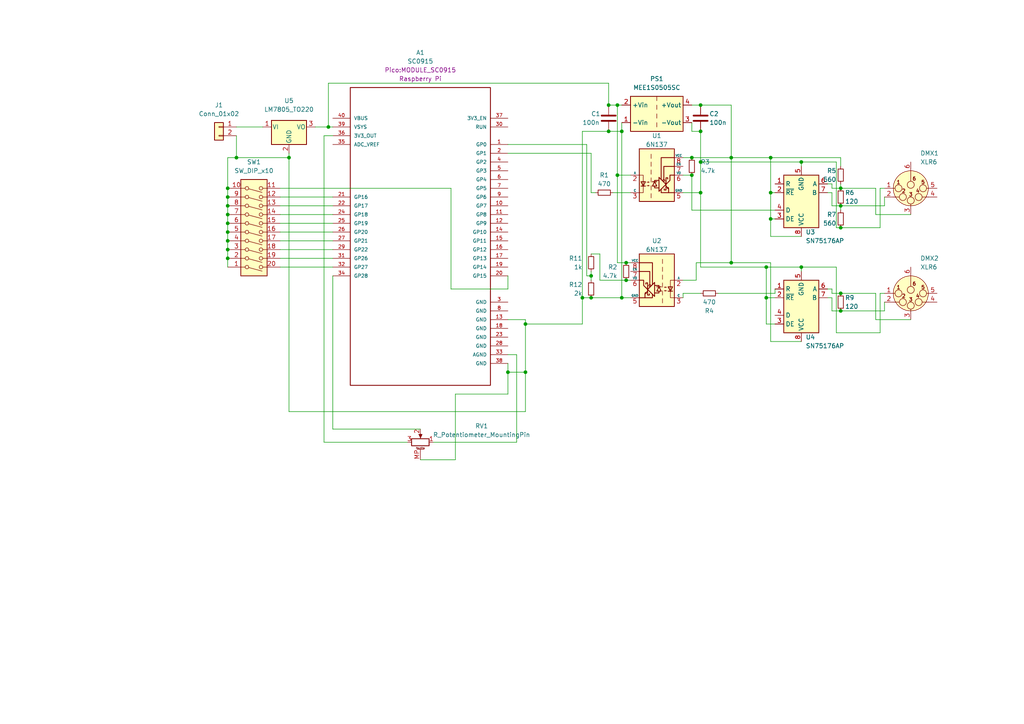
<source format=kicad_sch>
(kicad_sch (version 20211123) (generator eeschema)

  (uuid 9d571fe2-08a2-49fe-82e1-a9f6183f3230)

  (paper "A4")

  (lib_symbols
    (symbol "Connector:XLR6" (pin_names hide) (in_bom yes) (on_board yes)
      (property "Reference" "J" (id 0) (at 2.54 6.35 0)
        (effects (font (size 1.27 1.27)))
      )
      (property "Value" "XLR6" (id 1) (at 5.08 -6.096 0)
        (effects (font (size 1.27 1.27)))
      )
      (property "Footprint" "" (id 2) (at 0 0 0)
        (effects (font (size 1.27 1.27)) hide)
      )
      (property "Datasheet" " ~" (id 3) (at 0 0 0)
        (effects (font (size 1.27 1.27)) hide)
      )
      (property "ki_keywords" "xlr connector" (id 4) (at 0 0 0)
        (effects (font (size 1.27 1.27)) hide)
      )
      (property "ki_description" "XLR Connector, Male or Female, 6 Pins" (id 5) (at 0 0 0)
        (effects (font (size 1.27 1.27)) hide)
      )
      (property "ki_fp_filters" "Jack*XLR*" (id 6) (at 0 0 0)
        (effects (font (size 1.27 1.27)) hide)
      )
      (symbol "XLR6_0_1"
        (circle (center -3.556 0) (radius 1.016)
          (stroke (width 0) (type default) (color 0 0 0 0))
          (fill (type none))
        )
        (circle (center -2.286 -2.54) (radius 1.016)
          (stroke (width 0) (type default) (color 0 0 0 0))
          (fill (type none))
        )
        (circle (center 0 -3.556) (radius 1.016)
          (stroke (width 0) (type default) (color 0 0 0 0))
          (fill (type none))
        )
        (polyline
          (pts
            (xy -5.08 -2.54)
            (xy -4.445 -2.54)
          )
          (stroke (width 0) (type default) (color 0 0 0 0))
          (fill (type none))
        )
        (polyline
          (pts
            (xy -5.08 0)
            (xy -4.572 0)
          )
          (stroke (width 0) (type default) (color 0 0 0 0))
          (fill (type none))
        )
        (polyline
          (pts
            (xy -4.572 -2.54)
            (xy -3.302 -2.54)
          )
          (stroke (width 0) (type default) (color 0 0 0 0))
          (fill (type none))
        )
        (polyline
          (pts
            (xy 0 -5.08)
            (xy 0 -4.572)
          )
          (stroke (width 0) (type default) (color 0 0 0 0))
          (fill (type none))
        )
        (polyline
          (pts
            (xy 0 5.08)
            (xy 0 2.032)
          )
          (stroke (width 0) (type default) (color 0 0 0 0))
          (fill (type none))
        )
        (polyline
          (pts
            (xy 4.572 -2.54)
            (xy 3.302 -2.54)
          )
          (stroke (width 0) (type default) (color 0 0 0 0))
          (fill (type none))
        )
        (polyline
          (pts
            (xy 5.08 -2.54)
            (xy 4.445 -2.54)
          )
          (stroke (width 0) (type default) (color 0 0 0 0))
          (fill (type none))
        )
        (polyline
          (pts
            (xy 5.08 0)
            (xy 4.572 0)
          )
          (stroke (width 0) (type default) (color 0 0 0 0))
          (fill (type none))
        )
        (circle (center 0 0) (radius 5.08)
          (stroke (width 0) (type default) (color 0 0 0 0))
          (fill (type background))
        )
        (circle (center 0 1.016) (radius 1.016)
          (stroke (width 0) (type default) (color 0 0 0 0))
          (fill (type none))
        )
        (circle (center 2.286 -2.54) (radius 1.016)
          (stroke (width 0) (type default) (color 0 0 0 0))
          (fill (type none))
        )
        (circle (center 3.556 0) (radius 1.016)
          (stroke (width 0) (type default) (color 0 0 0 0))
          (fill (type none))
        )
        (text "1" (at -3.556 1.778 0)
          (effects (font (size 1.016 1.016) bold))
        )
        (text "2" (at -2.032 -0.762 0)
          (effects (font (size 1.016 1.016) bold))
        )
        (text "3" (at 0 -1.778 0)
          (effects (font (size 1.016 1.016) bold))
        )
        (text "4" (at 2.032 -0.762 0)
          (effects (font (size 1.016 1.016) bold))
        )
        (text "5" (at 3.556 1.778 0)
          (effects (font (size 1.016 1.016) bold))
        )
        (text "6" (at 1.016 2.794 0)
          (effects (font (size 1.016 1.016) bold))
        )
      )
      (symbol "XLR6_1_1"
        (pin passive line (at -7.62 0 0) (length 2.54)
          (name "P1" (effects (font (size 1.27 1.27))))
          (number "1" (effects (font (size 1.27 1.27))))
        )
        (pin passive line (at -7.62 -2.54 0) (length 2.54)
          (name "P2" (effects (font (size 1.27 1.27))))
          (number "2" (effects (font (size 1.27 1.27))))
        )
        (pin passive line (at 0 -7.62 90) (length 2.54)
          (name "P3" (effects (font (size 1.27 1.27))))
          (number "3" (effects (font (size 1.27 1.27))))
        )
        (pin passive line (at 7.62 -2.54 180) (length 2.54)
          (name "P3" (effects (font (size 1.27 1.27))))
          (number "4" (effects (font (size 1.27 1.27))))
        )
        (pin passive line (at 7.62 0 180) (length 2.54)
          (name "P5" (effects (font (size 1.27 1.27))))
          (number "5" (effects (font (size 1.27 1.27))))
        )
        (pin passive line (at 0 7.62 270) (length 2.54)
          (name "P6" (effects (font (size 1.27 1.27))))
          (number "6" (effects (font (size 1.27 1.27))))
        )
      )
    )
    (symbol "Connector_Generic:Conn_01x02" (pin_names (offset 1.016) hide) (in_bom yes) (on_board yes)
      (property "Reference" "J" (id 0) (at 0 2.54 0)
        (effects (font (size 1.27 1.27)))
      )
      (property "Value" "Conn_01x02" (id 1) (at 0 -5.08 0)
        (effects (font (size 1.27 1.27)))
      )
      (property "Footprint" "" (id 2) (at 0 0 0)
        (effects (font (size 1.27 1.27)) hide)
      )
      (property "Datasheet" "~" (id 3) (at 0 0 0)
        (effects (font (size 1.27 1.27)) hide)
      )
      (property "ki_keywords" "connector" (id 4) (at 0 0 0)
        (effects (font (size 1.27 1.27)) hide)
      )
      (property "ki_description" "Generic connector, single row, 01x02, script generated (kicad-library-utils/schlib/autogen/connector/)" (id 5) (at 0 0 0)
        (effects (font (size 1.27 1.27)) hide)
      )
      (property "ki_fp_filters" "Connector*:*_1x??_*" (id 6) (at 0 0 0)
        (effects (font (size 1.27 1.27)) hide)
      )
      (symbol "Conn_01x02_1_1"
        (rectangle (start -1.27 -2.413) (end 0 -2.667)
          (stroke (width 0.1524) (type default) (color 0 0 0 0))
          (fill (type none))
        )
        (rectangle (start -1.27 0.127) (end 0 -0.127)
          (stroke (width 0.1524) (type default) (color 0 0 0 0))
          (fill (type none))
        )
        (rectangle (start -1.27 1.27) (end 1.27 -3.81)
          (stroke (width 0.254) (type default) (color 0 0 0 0))
          (fill (type background))
        )
        (pin passive line (at -5.08 0 0) (length 3.81)
          (name "Pin_1" (effects (font (size 1.27 1.27))))
          (number "1" (effects (font (size 1.27 1.27))))
        )
        (pin passive line (at -5.08 -2.54 0) (length 3.81)
          (name "Pin_2" (effects (font (size 1.27 1.27))))
          (number "2" (effects (font (size 1.27 1.27))))
        )
      )
    )
    (symbol "Converter_DCDC:MEE1S0505SC" (in_bom yes) (on_board yes)
      (property "Reference" "PS" (id 0) (at -7.62 6.35 0)
        (effects (font (size 1.27 1.27)) (justify left))
      )
      (property "Value" "MEE1S0505SC" (id 1) (at 1.27 6.35 0)
        (effects (font (size 1.27 1.27)) (justify left))
      )
      (property "Footprint" "Converter_DCDC:Converter_DCDC_Murata_MEE1SxxxxSC_THT" (id 2) (at -26.67 -6.35 0)
        (effects (font (size 1.27 1.27)) (justify left) hide)
      )
      (property "Datasheet" "https://power.murata.com/pub/data/power/ncl/kdc_mee1.pdf" (id 3) (at 26.67 -7.62 0)
        (effects (font (size 1.27 1.27)) (justify left) hide)
      )
      (property "ki_keywords" "murata DC/DC isolated converter" (id 4) (at 0 0 0)
        (effects (font (size 1.27 1.27)) hide)
      )
      (property "ki_description" "1W, 1000 VDC isolated DC/DC converter, 5V input, 5V output, SIP" (id 5) (at 0 0 0)
        (effects (font (size 1.27 1.27)) hide)
      )
      (property "ki_fp_filters" "Converter*DCDC*Murata*MEE1SxxxxSC*THT*" (id 6) (at 0 0 0)
        (effects (font (size 1.27 1.27)) hide)
      )
      (symbol "MEE1S0505SC_0_0"
        (pin power_in line (at -10.16 -2.54 0) (length 2.54)
          (name "-Vin" (effects (font (size 1.27 1.27))))
          (number "1" (effects (font (size 1.27 1.27))))
        )
        (pin power_in line (at -10.16 2.54 0) (length 2.54)
          (name "+Vin" (effects (font (size 1.27 1.27))))
          (number "2" (effects (font (size 1.27 1.27))))
        )
        (pin power_out line (at 10.16 -2.54 180) (length 2.54)
          (name "-Vout" (effects (font (size 1.27 1.27))))
          (number "3" (effects (font (size 1.27 1.27))))
        )
        (pin power_out line (at 10.16 2.54 180) (length 2.54)
          (name "+Vout" (effects (font (size 1.27 1.27))))
          (number "4" (effects (font (size 1.27 1.27))))
        )
      )
      (symbol "MEE1S0505SC_0_1"
        (rectangle (start -7.62 5.08) (end 7.62 -5.08)
          (stroke (width 0.254) (type default) (color 0 0 0 0))
          (fill (type background))
        )
        (polyline
          (pts
            (xy 0 -2.54)
            (xy 0 -3.81)
          )
          (stroke (width 0) (type default) (color 0 0 0 0))
          (fill (type none))
        )
        (polyline
          (pts
            (xy 0 0)
            (xy 0 -1.27)
          )
          (stroke (width 0) (type default) (color 0 0 0 0))
          (fill (type none))
        )
        (polyline
          (pts
            (xy 0 2.54)
            (xy 0 1.27)
          )
          (stroke (width 0) (type default) (color 0 0 0 0))
          (fill (type none))
        )
        (polyline
          (pts
            (xy 0 5.08)
            (xy 0 3.81)
          )
          (stroke (width 0) (type default) (color 0 0 0 0))
          (fill (type none))
        )
      )
    )
    (symbol "Device:C" (pin_numbers hide) (pin_names (offset 0.254)) (in_bom yes) (on_board yes)
      (property "Reference" "C" (id 0) (at 0.635 2.54 0)
        (effects (font (size 1.27 1.27)) (justify left))
      )
      (property "Value" "C" (id 1) (at 0.635 -2.54 0)
        (effects (font (size 1.27 1.27)) (justify left))
      )
      (property "Footprint" "" (id 2) (at 0.9652 -3.81 0)
        (effects (font (size 1.27 1.27)) hide)
      )
      (property "Datasheet" "~" (id 3) (at 0 0 0)
        (effects (font (size 1.27 1.27)) hide)
      )
      (property "ki_keywords" "cap capacitor" (id 4) (at 0 0 0)
        (effects (font (size 1.27 1.27)) hide)
      )
      (property "ki_description" "Unpolarized capacitor" (id 5) (at 0 0 0)
        (effects (font (size 1.27 1.27)) hide)
      )
      (property "ki_fp_filters" "C_*" (id 6) (at 0 0 0)
        (effects (font (size 1.27 1.27)) hide)
      )
      (symbol "C_0_1"
        (polyline
          (pts
            (xy -2.032 -0.762)
            (xy 2.032 -0.762)
          )
          (stroke (width 0.508) (type default) (color 0 0 0 0))
          (fill (type none))
        )
        (polyline
          (pts
            (xy -2.032 0.762)
            (xy 2.032 0.762)
          )
          (stroke (width 0.508) (type default) (color 0 0 0 0))
          (fill (type none))
        )
      )
      (symbol "C_1_1"
        (pin passive line (at 0 3.81 270) (length 2.794)
          (name "~" (effects (font (size 1.27 1.27))))
          (number "1" (effects (font (size 1.27 1.27))))
        )
        (pin passive line (at 0 -3.81 90) (length 2.794)
          (name "~" (effects (font (size 1.27 1.27))))
          (number "2" (effects (font (size 1.27 1.27))))
        )
      )
    )
    (symbol "Device:R_Potentiometer_MountingPin" (pin_names (offset 1.016) hide) (in_bom yes) (on_board yes)
      (property "Reference" "RV" (id 0) (at -8.255 0 90)
        (effects (font (size 1.27 1.27)))
      )
      (property "Value" "R_Potentiometer_MountingPin" (id 1) (at -6.35 0 90)
        (effects (font (size 1.27 1.27)))
      )
      (property "Footprint" "" (id 2) (at 0 0 0)
        (effects (font (size 1.27 1.27)) hide)
      )
      (property "Datasheet" "~" (id 3) (at 0 0 0)
        (effects (font (size 1.27 1.27)) hide)
      )
      (property "ki_keywords" "resistor variable" (id 4) (at 0 0 0)
        (effects (font (size 1.27 1.27)) hide)
      )
      (property "ki_description" "Potentiometer with a mounting pin" (id 5) (at 0 0 0)
        (effects (font (size 1.27 1.27)) hide)
      )
      (property "ki_fp_filters" "Potentiometer*" (id 6) (at 0 0 0)
        (effects (font (size 1.27 1.27)) hide)
      )
      (symbol "R_Potentiometer_MountingPin_0_1"
        (polyline
          (pts
            (xy 2.54 0)
            (xy 1.524 0)
          )
          (stroke (width 0) (type default) (color 0 0 0 0))
          (fill (type none))
        )
        (polyline
          (pts
            (xy 1.143 0)
            (xy 2.286 0.508)
            (xy 2.286 -0.508)
          )
          (stroke (width 0) (type default) (color 0 0 0 0))
          (fill (type outline))
        )
        (rectangle (start 1.016 2.54) (end -1.016 -2.54)
          (stroke (width 0.254) (type default) (color 0 0 0 0))
          (fill (type none))
        )
      )
      (symbol "R_Potentiometer_MountingPin_1_1"
        (polyline
          (pts
            (xy -2.032 1.016)
            (xy -2.032 -1.016)
          )
          (stroke (width 0.1524) (type default) (color 0 0 0 0))
          (fill (type none))
        )
        (text "Mounting" (at -1.651 0 900)
          (effects (font (size 0.381 0.381)))
        )
        (pin passive line (at 0 3.81 270) (length 1.27)
          (name "1" (effects (font (size 1.27 1.27))))
          (number "1" (effects (font (size 1.27 1.27))))
        )
        (pin passive line (at 3.81 0 180) (length 1.27)
          (name "2" (effects (font (size 1.27 1.27))))
          (number "2" (effects (font (size 1.27 1.27))))
        )
        (pin passive line (at 0 -3.81 90) (length 1.27)
          (name "3" (effects (font (size 1.27 1.27))))
          (number "3" (effects (font (size 1.27 1.27))))
        )
        (pin passive line (at -5.08 0 0) (length 3.048)
          (name "MountPin" (effects (font (size 1.27 1.27))))
          (number "MP" (effects (font (size 1.27 1.27))))
        )
      )
    )
    (symbol "Device:R_Small" (pin_numbers hide) (pin_names (offset 0.254) hide) (in_bom yes) (on_board yes)
      (property "Reference" "R" (id 0) (at 0.762 0.508 0)
        (effects (font (size 1.27 1.27)) (justify left))
      )
      (property "Value" "R_Small" (id 1) (at 0.762 -1.016 0)
        (effects (font (size 1.27 1.27)) (justify left))
      )
      (property "Footprint" "" (id 2) (at 0 0 0)
        (effects (font (size 1.27 1.27)) hide)
      )
      (property "Datasheet" "~" (id 3) (at 0 0 0)
        (effects (font (size 1.27 1.27)) hide)
      )
      (property "ki_keywords" "R resistor" (id 4) (at 0 0 0)
        (effects (font (size 1.27 1.27)) hide)
      )
      (property "ki_description" "Resistor, small symbol" (id 5) (at 0 0 0)
        (effects (font (size 1.27 1.27)) hide)
      )
      (property "ki_fp_filters" "R_*" (id 6) (at 0 0 0)
        (effects (font (size 1.27 1.27)) hide)
      )
      (symbol "R_Small_0_1"
        (rectangle (start -0.762 1.778) (end 0.762 -1.778)
          (stroke (width 0.2032) (type default) (color 0 0 0 0))
          (fill (type none))
        )
      )
      (symbol "R_Small_1_1"
        (pin passive line (at 0 2.54 270) (length 0.762)
          (name "~" (effects (font (size 1.27 1.27))))
          (number "1" (effects (font (size 1.27 1.27))))
        )
        (pin passive line (at 0 -2.54 90) (length 0.762)
          (name "~" (effects (font (size 1.27 1.27))))
          (number "2" (effects (font (size 1.27 1.27))))
        )
      )
    )
    (symbol "Interface_UART:SN75176AP" (in_bom yes) (on_board yes)
      (property "Reference" "U" (id 0) (at -4.318 8.89 0)
        (effects (font (size 1.27 1.27)))
      )
      (property "Value" "SN75176AP" (id 1) (at 1.016 8.89 0)
        (effects (font (size 1.27 1.27)) (justify left))
      )
      (property "Footprint" "Package_DIP:DIP-8_W7.62mm" (id 2) (at 0 -12.7 0)
        (effects (font (size 1.27 1.27)) hide)
      )
      (property "Datasheet" "http://www.ti.com/lit/ds/symlink/sn75176a.pdf" (id 3) (at 40.64 -5.08 0)
        (effects (font (size 1.27 1.27)) hide)
      )
      (property "ki_keywords" "Differential bus transceiver" (id 4) (at 0 0 0)
        (effects (font (size 1.27 1.27)) hide)
      )
      (property "ki_description" "Differential RS-422/RS-485 bus transceiver, DIP-8" (id 5) (at 0 0 0)
        (effects (font (size 1.27 1.27)) hide)
      )
      (property "ki_fp_filters" "DIP*W7.62mm*" (id 6) (at 0 0 0)
        (effects (font (size 1.27 1.27)) hide)
      )
      (symbol "SN75176AP_0_1"
        (rectangle (start -5.08 7.62) (end 5.08 -7.62)
          (stroke (width 0.254) (type default) (color 0 0 0 0))
          (fill (type background))
        )
      )
      (symbol "SN75176AP_1_1"
        (pin output line (at -7.62 -5.08 0) (length 2.54)
          (name "R" (effects (font (size 1.27 1.27))))
          (number "1" (effects (font (size 1.27 1.27))))
        )
        (pin input line (at -7.62 -2.54 0) (length 2.54)
          (name "~{RE}" (effects (font (size 1.27 1.27))))
          (number "2" (effects (font (size 1.27 1.27))))
        )
        (pin input line (at -7.62 5.08 0) (length 2.54)
          (name "DE" (effects (font (size 1.27 1.27))))
          (number "3" (effects (font (size 1.27 1.27))))
        )
        (pin input line (at -7.62 2.54 0) (length 2.54)
          (name "D" (effects (font (size 1.27 1.27))))
          (number "4" (effects (font (size 1.27 1.27))))
        )
        (pin power_in line (at 0 -10.16 90) (length 2.54)
          (name "GND" (effects (font (size 1.27 1.27))))
          (number "5" (effects (font (size 1.27 1.27))))
        )
        (pin bidirectional line (at 7.62 -5.08 180) (length 2.54)
          (name "A" (effects (font (size 1.27 1.27))))
          (number "6" (effects (font (size 1.27 1.27))))
        )
        (pin bidirectional line (at 7.62 -2.54 180) (length 2.54)
          (name "B" (effects (font (size 1.27 1.27))))
          (number "7" (effects (font (size 1.27 1.27))))
        )
        (pin power_in line (at 0 10.16 270) (length 2.54)
          (name "VCC" (effects (font (size 1.27 1.27))))
          (number "8" (effects (font (size 1.27 1.27))))
        )
      )
    )
    (symbol "Isolator:6N137" (pin_names (offset 0)) (in_bom yes) (on_board yes)
      (property "Reference" "U" (id 0) (at -4.064 8.89 0)
        (effects (font (size 1.27 1.27)))
      )
      (property "Value" "6N137" (id 1) (at 0 -8.89 0)
        (effects (font (size 1.27 1.27)))
      )
      (property "Footprint" "Package_DIP:DIP-8_W7.62mm" (id 2) (at 0 -12.7 0)
        (effects (font (size 1.27 1.27)) hide)
      )
      (property "Datasheet" "https://docs.broadcom.com/docs/AV02-0940EN" (id 3) (at -21.59 13.97 0)
        (effects (font (size 1.27 1.27)) hide)
      )
      (property "ki_keywords" "High speed optically coupled gates enable" (id 4) (at 0 0 0)
        (effects (font (size 1.27 1.27)) hide)
      )
      (property "ki_description" "Single High Speed LSTTL/TTL Compatible Optocoupler with enable, dV/dt 1000/us, VCM 10, max 7V VCC, DIP-8" (id 5) (at 0 0 0)
        (effects (font (size 1.27 1.27)) hide)
      )
      (property "ki_fp_filters" "DIP*W7.62mm*" (id 6) (at 0 0 0)
        (effects (font (size 1.27 1.27)) hide)
      )
      (symbol "6N137_0_1"
        (polyline
          (pts
            (xy 2.667 -3.556)
            (xy 2.667 -1.651)
          )
          (stroke (width 0.254) (type default) (color 0 0 0 0))
          (fill (type none))
        )
        (polyline
          (pts
            (xy 2.667 -2.159)
            (xy 2.667 -2.921)
          )
          (stroke (width 0.254) (type default) (color 0 0 0 0))
          (fill (type none))
        )
        (polyline
          (pts
            (xy 3.429 -3.937)
            (xy 3.429 -5.08)
          )
          (stroke (width 0.254) (type default) (color 0 0 0 0))
          (fill (type none))
        )
        (polyline
          (pts
            (xy -0.635 -3.302)
            (xy -0.635 -3.683)
            (xy 0.635 -3.683)
          )
          (stroke (width 0.254) (type default) (color 0 0 0 0))
          (fill (type none))
        )
        (polyline
          (pts
            (xy -0.635 -1.905)
            (xy -0.635 -1.524)
            (xy 0.508 -1.524)
          )
          (stroke (width 0.254) (type default) (color 0 0 0 0))
          (fill (type none))
        )
        (polyline
          (pts
            (xy 1.27 -4.064)
            (xy 1.27 -5.08)
            (xy 5.08 -5.08)
          )
          (stroke (width 0.254) (type default) (color 0 0 0 0))
          (fill (type none))
        )
        (polyline
          (pts
            (xy 1.27 -1.27)
            (xy 1.27 5.08)
            (xy 5.08 5.08)
          )
          (stroke (width 0.254) (type default) (color 0 0 0 0))
          (fill (type none))
        )
        (polyline
          (pts
            (xy 2.032 -1.27)
            (xy 2.032 2.54)
            (xy 5.08 2.54)
          )
          (stroke (width 0.254) (type default) (color 0 0 0 0))
          (fill (type none))
        )
        (polyline
          (pts
            (xy -5.08 -5.08)
            (xy -3.937 -5.08)
            (xy -3.937 0)
            (xy -5.08 0)
          )
          (stroke (width 0) (type default) (color 0 0 0 0))
          (fill (type none))
        )
        (polyline
          (pts
            (xy 2.667 -3.302)
            (xy 2.667 -4.318)
            (xy 2.159 -4.318)
            (xy 2.159 -3.937)
          )
          (stroke (width 0.254) (type default) (color 0 0 0 0))
          (fill (type none))
        )
        (polyline
          (pts
            (xy 2.667 -2.667)
            (xy 0.635 -4.699)
            (xy 0.635 -0.635)
            (xy 2.667 -2.667)
          )
          (stroke (width 0.254) (type default) (color 0 0 0 0))
          (fill (type none))
        )
        (polyline
          (pts
            (xy 2.667 -1.778)
            (xy 2.667 -0.762)
            (xy 3.175 -0.762)
            (xy 3.175 -1.143)
          )
          (stroke (width 0.254) (type default) (color 0 0 0 0))
          (fill (type none))
        )
        (polyline
          (pts
            (xy 2.794 -2.54)
            (xy 3.81 -1.524)
            (xy 3.81 0)
            (xy 5.08 0)
          )
          (stroke (width 0.254) (type default) (color 0 0 0 0))
          (fill (type none))
        )
        (polyline
          (pts
            (xy 2.667 -3.175)
            (xy 3.429 -3.937)
            (xy 3.302 -3.556)
            (xy 3.048 -3.81)
            (xy 3.429 -3.937)
          )
          (stroke (width 0.254) (type default) (color 0 0 0 0))
          (fill (type none))
        )
        (circle (center 2.032 -1.524) (radius 0.254)
          (stroke (width 0.254) (type default) (color 0 0 0 0))
          (fill (type none))
        )
      )
      (symbol "6N137_1_1"
        (rectangle (start -5.08 7.62) (end 5.08 -7.62)
          (stroke (width 0.254) (type default) (color 0 0 0 0))
          (fill (type background))
        )
        (polyline
          (pts
            (xy -4.572 -3.175)
            (xy -3.302 -3.175)
          )
          (stroke (width 0.254) (type default) (color 0 0 0 0))
          (fill (type none))
        )
        (polyline
          (pts
            (xy -1.651 -5.334)
            (xy -1.651 -6.604)
          )
          (stroke (width 0) (type default) (color 0 0 0 0))
          (fill (type none))
        )
        (polyline
          (pts
            (xy -1.651 -3.048)
            (xy -1.651 -4.318)
          )
          (stroke (width 0) (type default) (color 0 0 0 0))
          (fill (type none))
        )
        (polyline
          (pts
            (xy -1.651 -0.762)
            (xy -1.651 -2.032)
          )
          (stroke (width 0) (type default) (color 0 0 0 0))
          (fill (type none))
        )
        (polyline
          (pts
            (xy -1.651 1.524)
            (xy -1.651 0.254)
          )
          (stroke (width 0) (type default) (color 0 0 0 0))
          (fill (type none))
        )
        (polyline
          (pts
            (xy -1.651 3.81)
            (xy -1.651 2.54)
          )
          (stroke (width 0) (type default) (color 0 0 0 0))
          (fill (type none))
        )
        (polyline
          (pts
            (xy -1.651 6.096)
            (xy -1.651 4.826)
          )
          (stroke (width 0) (type default) (color 0 0 0 0))
          (fill (type none))
        )
        (polyline
          (pts
            (xy -1.27 -1.905)
            (xy 0 -1.905)
          )
          (stroke (width 0.254) (type default) (color 0 0 0 0))
          (fill (type none))
        )
        (polyline
          (pts
            (xy -3.937 -3.175)
            (xy -4.572 -1.905)
            (xy -3.302 -1.905)
            (xy -3.937 -3.175)
          )
          (stroke (width 0.254) (type default) (color 0 0 0 0))
          (fill (type none))
        )
        (polyline
          (pts
            (xy -0.635 -1.905)
            (xy -1.27 -3.175)
            (xy 0 -3.175)
            (xy -0.635 -1.905)
          )
          (stroke (width 0.254) (type default) (color 0 0 0 0))
          (fill (type none))
        )
        (polyline
          (pts
            (xy -2.921 -3.048)
            (xy -2.159 -3.048)
            (xy -2.54 -3.175)
            (xy -2.54 -2.921)
            (xy -2.159 -3.048)
          )
          (stroke (width 0.127) (type default) (color 0 0 0 0))
          (fill (type none))
        )
        (polyline
          (pts
            (xy -2.921 -2.032)
            (xy -2.159 -2.032)
            (xy -2.54 -2.159)
            (xy -2.54 -1.905)
            (xy -2.159 -2.032)
          )
          (stroke (width 0.127) (type default) (color 0 0 0 0))
          (fill (type none))
        )
        (pin no_connect line (at -5.08 5.08 0) (length 2.54) hide
          (name "NC" (effects (font (size 0.635 0.635))))
          (number "1" (effects (font (size 1.27 1.27))))
        )
        (pin passive line (at -7.62 0 0) (length 2.54)
          (name "A" (effects (font (size 0.635 0.635))))
          (number "2" (effects (font (size 1.27 1.27))))
        )
        (pin passive line (at -7.62 -5.08 0) (length 2.54)
          (name "C" (effects (font (size 0.635 0.635))))
          (number "3" (effects (font (size 1.27 1.27))))
        )
        (pin power_in line (at 7.62 -5.08 180) (length 2.54)
          (name "GND" (effects (font (size 0.635 0.635))))
          (number "5" (effects (font (size 1.27 1.27))))
        )
        (pin open_collector line (at 7.62 0 180) (length 2.54)
          (name "VO" (effects (font (size 0.635 0.635))))
          (number "6" (effects (font (size 1.27 1.27))))
        )
        (pin input line (at 7.62 2.54 180) (length 2.54)
          (name "EN" (effects (font (size 0.635 0.635))))
          (number "7" (effects (font (size 1.27 1.27))))
        )
        (pin power_in line (at 7.62 5.08 180) (length 2.54)
          (name "VCC" (effects (font (size 0.635 0.635))))
          (number "8" (effects (font (size 1.27 1.27))))
        )
      )
    )
    (symbol "Pico:SC0915" (pin_names (offset 1.016)) (in_bom yes) (on_board yes)
      (property "Reference" "A1" (id 0) (at 0 50.8 0)
        (effects (font (size 1.27 1.27)))
      )
      (property "Value" "SC0915" (id 1) (at 0 48.26 0)
        (effects (font (size 1.27 1.27)))
      )
      (property "Footprint" "RaspberryPi:MODULE_SC0915" (id 2) (at -12.7 -46.99 0)
        (effects (font (size 1.27 1.27)) (justify bottom))
      )
      (property "Datasheet" "https://datasheets.raspberrypi.com/pico/pico-datasheet.pdf" (id 3) (at -26.67 -49.53 0)
        (effects (font (size 1.27 1.27)) (justify left bottom) hide)
      )
      (property "manufacturer" "Raspberry Pi" (id 4) (at 0 45.72 0)
        (effects (font (size 1.27 1.27)))
      )
      (property "P/N" "SC0915" (id 5) (at 0 50.8 0)
        (effects (font (size 1.27 1.27)) hide)
      )
      (property "PARTREV" "1.6" (id 6) (at 0 48.26 0)
        (effects (font (size 1.27 1.27)) hide)
      )
      (property "MAXIMUM_PACKAGE_HEIGHT" "3.73mm" (id 7) (at 0 45.72 0)
        (effects (font (size 1.27 1.27)) hide)
      )
      (symbol "SC0915_0_0"
        (rectangle (start -20.32 -43.18) (end 20.32 43.18)
          (stroke (width 0.254) (type default) (color 0 0 0 0))
          (fill (type none))
        )
        (pin bidirectional line (at -25.4 26.67 0) (length 5.08)
          (name "GP0" (effects (font (size 1.016 1.016))))
          (number "1" (effects (font (size 1.016 1.016))))
        )
        (pin bidirectional line (at -25.4 8.89 0) (length 5.08)
          (name "GP7" (effects (font (size 1.016 1.016))))
          (number "10" (effects (font (size 1.016 1.016))))
        )
        (pin bidirectional line (at -25.4 6.35 0) (length 5.08)
          (name "GP8" (effects (font (size 1.016 1.016))))
          (number "11" (effects (font (size 1.016 1.016))))
        )
        (pin bidirectional line (at -25.4 3.81 0) (length 5.08)
          (name "GP9" (effects (font (size 1.016 1.016))))
          (number "12" (effects (font (size 1.016 1.016))))
        )
        (pin power_in line (at -25.4 -24.13 0) (length 5.08)
          (name "GND" (effects (font (size 1.016 1.016))))
          (number "13" (effects (font (size 1.016 1.016))))
        )
        (pin bidirectional line (at -25.4 1.27 0) (length 5.08)
          (name "GP10" (effects (font (size 1.016 1.016))))
          (number "14" (effects (font (size 1.016 1.016))))
        )
        (pin bidirectional line (at -25.4 -1.27 0) (length 5.08)
          (name "GP11" (effects (font (size 1.016 1.016))))
          (number "15" (effects (font (size 1.016 1.016))))
        )
        (pin bidirectional line (at -25.4 -3.81 0) (length 5.08)
          (name "GP12" (effects (font (size 1.016 1.016))))
          (number "16" (effects (font (size 1.016 1.016))))
        )
        (pin bidirectional line (at -25.4 -6.35 0) (length 5.08)
          (name "GP13" (effects (font (size 1.016 1.016))))
          (number "17" (effects (font (size 1.016 1.016))))
        )
        (pin power_in line (at -25.4 -26.67 0) (length 5.08)
          (name "GND" (effects (font (size 1.016 1.016))))
          (number "18" (effects (font (size 1.016 1.016))))
        )
        (pin bidirectional line (at -25.4 -8.89 0) (length 5.08)
          (name "GP14" (effects (font (size 1.016 1.016))))
          (number "19" (effects (font (size 1.016 1.016))))
        )
        (pin bidirectional line (at -25.4 24.13 0) (length 5.08)
          (name "GP1" (effects (font (size 1.016 1.016))))
          (number "2" (effects (font (size 1.016 1.016))))
        )
        (pin bidirectional line (at -25.4 -11.43 0) (length 5.08)
          (name "GP15" (effects (font (size 1.016 1.016))))
          (number "20" (effects (font (size 1.016 1.016))))
        )
        (pin bidirectional line (at 25.4 11.43 180) (length 5.08)
          (name "GP16" (effects (font (size 1.016 1.016))))
          (number "21" (effects (font (size 1.016 1.016))))
        )
        (pin bidirectional line (at 25.4 8.89 180) (length 5.08)
          (name "GP17" (effects (font (size 1.016 1.016))))
          (number "22" (effects (font (size 1.016 1.016))))
        )
        (pin power_in line (at -25.4 -29.21 0) (length 5.08)
          (name "GND" (effects (font (size 1.016 1.016))))
          (number "23" (effects (font (size 1.016 1.016))))
        )
        (pin bidirectional line (at 25.4 6.35 180) (length 5.08)
          (name "GP18" (effects (font (size 1.016 1.016))))
          (number "24" (effects (font (size 1.016 1.016))))
        )
        (pin bidirectional line (at 25.4 3.81 180) (length 5.08)
          (name "GP19" (effects (font (size 1.016 1.016))))
          (number "25" (effects (font (size 1.016 1.016))))
        )
        (pin bidirectional line (at 25.4 1.27 180) (length 5.08)
          (name "GP20" (effects (font (size 1.016 1.016))))
          (number "26" (effects (font (size 1.016 1.016))))
        )
        (pin bidirectional line (at 25.4 -1.27 180) (length 5.08)
          (name "GP21" (effects (font (size 1.016 1.016))))
          (number "27" (effects (font (size 1.016 1.016))))
        )
        (pin power_in line (at -25.4 -31.75 0) (length 5.08)
          (name "GND" (effects (font (size 1.016 1.016))))
          (number "28" (effects (font (size 1.016 1.016))))
        )
        (pin bidirectional line (at 25.4 -3.81 180) (length 5.08)
          (name "GP22" (effects (font (size 1.016 1.016))))
          (number "29" (effects (font (size 1.016 1.016))))
        )
        (pin power_in line (at -25.4 -19.05 0) (length 5.08)
          (name "GND" (effects (font (size 1.016 1.016))))
          (number "3" (effects (font (size 1.016 1.016))))
        )
        (pin input line (at -25.4 31.75 0) (length 5.08)
          (name "RUN" (effects (font (size 1.016 1.016))))
          (number "30" (effects (font (size 1.016 1.016))))
        )
        (pin bidirectional line (at 25.4 -6.35 180) (length 5.08)
          (name "GP26" (effects (font (size 1.016 1.016))))
          (number "31" (effects (font (size 1.016 1.016))))
        )
        (pin bidirectional line (at 25.4 -8.89 180) (length 5.08)
          (name "GP27" (effects (font (size 1.016 1.016))))
          (number "32" (effects (font (size 1.016 1.016))))
        )
        (pin power_in line (at -25.4 -34.29 0) (length 5.08)
          (name "AGND" (effects (font (size 1.016 1.016))))
          (number "33" (effects (font (size 1.016 1.016))))
        )
        (pin bidirectional line (at 25.4 -11.43 180) (length 5.08)
          (name "GP28" (effects (font (size 1.016 1.016))))
          (number "34" (effects (font (size 1.016 1.016))))
        )
        (pin power_in line (at 25.4 26.67 180) (length 5.08)
          (name "ADC_VREF" (effects (font (size 1.016 1.016))))
          (number "35" (effects (font (size 1.016 1.016))))
        )
        (pin power_in line (at 25.4 29.21 180) (length 5.08)
          (name "3V3_OUT" (effects (font (size 1.016 1.016))))
          (number "36" (effects (font (size 1.016 1.016))))
        )
        (pin input line (at -25.4 34.29 0) (length 5.08)
          (name "3V3_EN" (effects (font (size 1.016 1.016))))
          (number "37" (effects (font (size 1.016 1.016))))
        )
        (pin power_in line (at -25.4 -36.83 0) (length 5.08)
          (name "GND" (effects (font (size 1.016 1.016))))
          (number "38" (effects (font (size 1.016 1.016))))
        )
        (pin free line (at 25.4 31.75 180) (length 5.08)
          (name "VSYS" (effects (font (size 1.016 1.016))))
          (number "39" (effects (font (size 1.016 1.016))))
        )
        (pin bidirectional line (at -25.4 21.59 0) (length 5.08)
          (name "GP2" (effects (font (size 1.016 1.016))))
          (number "4" (effects (font (size 1.016 1.016))))
        )
        (pin free line (at 25.4 34.29 180) (length 5.08)
          (name "VBUS" (effects (font (size 1.016 1.016))))
          (number "40" (effects (font (size 1.016 1.016))))
        )
        (pin bidirectional line (at -25.4 19.05 0) (length 5.08)
          (name "GP3" (effects (font (size 1.016 1.016))))
          (number "5" (effects (font (size 1.016 1.016))))
        )
        (pin bidirectional line (at -25.4 16.51 0) (length 5.08)
          (name "GP4" (effects (font (size 1.016 1.016))))
          (number "6" (effects (font (size 1.016 1.016))))
        )
        (pin bidirectional line (at -25.4 13.97 0) (length 5.08)
          (name "GP5" (effects (font (size 1.016 1.016))))
          (number "7" (effects (font (size 1.016 1.016))))
        )
        (pin power_in line (at -25.4 -21.59 0) (length 5.08)
          (name "GND" (effects (font (size 1.016 1.016))))
          (number "8" (effects (font (size 1.016 1.016))))
        )
        (pin bidirectional line (at -25.4 11.43 0) (length 5.08)
          (name "GP6" (effects (font (size 1.016 1.016))))
          (number "9" (effects (font (size 1.016 1.016))))
        )
      )
    )
    (symbol "Regulator_Linear:LM7805_TO220" (pin_names (offset 0.254)) (in_bom yes) (on_board yes)
      (property "Reference" "U" (id 0) (at -3.81 3.175 0)
        (effects (font (size 1.27 1.27)))
      )
      (property "Value" "LM7805_TO220" (id 1) (at 0 3.175 0)
        (effects (font (size 1.27 1.27)) (justify left))
      )
      (property "Footprint" "Package_TO_SOT_THT:TO-220-3_Vertical" (id 2) (at 0 5.715 0)
        (effects (font (size 1.27 1.27) italic) hide)
      )
      (property "Datasheet" "https://www.onsemi.cn/PowerSolutions/document/MC7800-D.PDF" (id 3) (at 0 -1.27 0)
        (effects (font (size 1.27 1.27)) hide)
      )
      (property "ki_keywords" "Voltage Regulator 1A Positive" (id 4) (at 0 0 0)
        (effects (font (size 1.27 1.27)) hide)
      )
      (property "ki_description" "Positive 1A 35V Linear Regulator, Fixed Output 5V, TO-220" (id 5) (at 0 0 0)
        (effects (font (size 1.27 1.27)) hide)
      )
      (property "ki_fp_filters" "TO?220*" (id 6) (at 0 0 0)
        (effects (font (size 1.27 1.27)) hide)
      )
      (symbol "LM7805_TO220_0_1"
        (rectangle (start -5.08 1.905) (end 5.08 -5.08)
          (stroke (width 0.254) (type default) (color 0 0 0 0))
          (fill (type background))
        )
      )
      (symbol "LM7805_TO220_1_1"
        (pin power_in line (at -7.62 0 0) (length 2.54)
          (name "VI" (effects (font (size 1.27 1.27))))
          (number "1" (effects (font (size 1.27 1.27))))
        )
        (pin power_in line (at 0 -7.62 90) (length 2.54)
          (name "GND" (effects (font (size 1.27 1.27))))
          (number "2" (effects (font (size 1.27 1.27))))
        )
        (pin power_out line (at 7.62 0 180) (length 2.54)
          (name "VO" (effects (font (size 1.27 1.27))))
          (number "3" (effects (font (size 1.27 1.27))))
        )
      )
    )
    (symbol "Switch:SW_DIP_x10" (pin_names (offset 0) hide) (in_bom yes) (on_board yes)
      (property "Reference" "SW" (id 0) (at 0 16.51 0)
        (effects (font (size 1.27 1.27)))
      )
      (property "Value" "SW_DIP_x10" (id 1) (at 0 -13.97 0)
        (effects (font (size 1.27 1.27)))
      )
      (property "Footprint" "" (id 2) (at 0 0 0)
        (effects (font (size 1.27 1.27)) hide)
      )
      (property "Datasheet" "~" (id 3) (at 0 0 0)
        (effects (font (size 1.27 1.27)) hide)
      )
      (property "ki_keywords" "dip switch" (id 4) (at 0 0 0)
        (effects (font (size 1.27 1.27)) hide)
      )
      (property "ki_description" "10x DIP Switch, Single Pole Single Throw (SPST) switch, small symbol" (id 5) (at 0 0 0)
        (effects (font (size 1.27 1.27)) hide)
      )
      (property "ki_fp_filters" "SW?DIP?x10*" (id 6) (at 0 0 0)
        (effects (font (size 1.27 1.27)) hide)
      )
      (symbol "SW_DIP_x10_0_0"
        (circle (center -2.032 -10.16) (radius 0.508)
          (stroke (width 0) (type default) (color 0 0 0 0))
          (fill (type none))
        )
        (circle (center -2.032 -7.62) (radius 0.508)
          (stroke (width 0) (type default) (color 0 0 0 0))
          (fill (type none))
        )
        (circle (center -2.032 -5.08) (radius 0.508)
          (stroke (width 0) (type default) (color 0 0 0 0))
          (fill (type none))
        )
        (circle (center -2.032 -2.54) (radius 0.508)
          (stroke (width 0) (type default) (color 0 0 0 0))
          (fill (type none))
        )
        (circle (center -2.032 0) (radius 0.508)
          (stroke (width 0) (type default) (color 0 0 0 0))
          (fill (type none))
        )
        (circle (center -2.032 2.54) (radius 0.508)
          (stroke (width 0) (type default) (color 0 0 0 0))
          (fill (type none))
        )
        (circle (center -2.032 5.08) (radius 0.508)
          (stroke (width 0) (type default) (color 0 0 0 0))
          (fill (type none))
        )
        (circle (center -2.032 7.62) (radius 0.508)
          (stroke (width 0) (type default) (color 0 0 0 0))
          (fill (type none))
        )
        (circle (center -2.032 10.16) (radius 0.508)
          (stroke (width 0) (type default) (color 0 0 0 0))
          (fill (type none))
        )
        (circle (center -2.032 12.7) (radius 0.508)
          (stroke (width 0) (type default) (color 0 0 0 0))
          (fill (type none))
        )
        (polyline
          (pts
            (xy -1.524 -10.0076)
            (xy 2.3622 -8.9662)
          )
          (stroke (width 0) (type default) (color 0 0 0 0))
          (fill (type none))
        )
        (polyline
          (pts
            (xy -1.524 -7.4676)
            (xy 2.3622 -6.4262)
          )
          (stroke (width 0) (type default) (color 0 0 0 0))
          (fill (type none))
        )
        (polyline
          (pts
            (xy -1.524 -4.9276)
            (xy 2.3622 -3.8862)
          )
          (stroke (width 0) (type default) (color 0 0 0 0))
          (fill (type none))
        )
        (polyline
          (pts
            (xy -1.524 -2.3876)
            (xy 2.3622 -1.3462)
          )
          (stroke (width 0) (type default) (color 0 0 0 0))
          (fill (type none))
        )
        (polyline
          (pts
            (xy -1.524 0.127)
            (xy 2.3622 1.1684)
          )
          (stroke (width 0) (type default) (color 0 0 0 0))
          (fill (type none))
        )
        (polyline
          (pts
            (xy -1.524 2.667)
            (xy 2.3622 3.7084)
          )
          (stroke (width 0) (type default) (color 0 0 0 0))
          (fill (type none))
        )
        (polyline
          (pts
            (xy -1.524 5.207)
            (xy 2.3622 6.2484)
          )
          (stroke (width 0) (type default) (color 0 0 0 0))
          (fill (type none))
        )
        (polyline
          (pts
            (xy -1.524 7.747)
            (xy 2.3622 8.7884)
          )
          (stroke (width 0) (type default) (color 0 0 0 0))
          (fill (type none))
        )
        (polyline
          (pts
            (xy -1.524 10.287)
            (xy 2.3622 11.3284)
          )
          (stroke (width 0) (type default) (color 0 0 0 0))
          (fill (type none))
        )
        (polyline
          (pts
            (xy -1.524 12.827)
            (xy 2.3622 13.8684)
          )
          (stroke (width 0) (type default) (color 0 0 0 0))
          (fill (type none))
        )
        (circle (center 2.032 -10.16) (radius 0.508)
          (stroke (width 0) (type default) (color 0 0 0 0))
          (fill (type none))
        )
        (circle (center 2.032 -7.62) (radius 0.508)
          (stroke (width 0) (type default) (color 0 0 0 0))
          (fill (type none))
        )
        (circle (center 2.032 -5.08) (radius 0.508)
          (stroke (width 0) (type default) (color 0 0 0 0))
          (fill (type none))
        )
        (circle (center 2.032 -2.54) (radius 0.508)
          (stroke (width 0) (type default) (color 0 0 0 0))
          (fill (type none))
        )
        (circle (center 2.032 0) (radius 0.508)
          (stroke (width 0) (type default) (color 0 0 0 0))
          (fill (type none))
        )
        (circle (center 2.032 2.54) (radius 0.508)
          (stroke (width 0) (type default) (color 0 0 0 0))
          (fill (type none))
        )
        (circle (center 2.032 5.08) (radius 0.508)
          (stroke (width 0) (type default) (color 0 0 0 0))
          (fill (type none))
        )
        (circle (center 2.032 7.62) (radius 0.508)
          (stroke (width 0) (type default) (color 0 0 0 0))
          (fill (type none))
        )
        (circle (center 2.032 10.16) (radius 0.508)
          (stroke (width 0) (type default) (color 0 0 0 0))
          (fill (type none))
        )
        (circle (center 2.032 12.7) (radius 0.508)
          (stroke (width 0) (type default) (color 0 0 0 0))
          (fill (type none))
        )
      )
      (symbol "SW_DIP_x10_0_1"
        (rectangle (start -3.81 15.24) (end 3.81 -12.7)
          (stroke (width 0.254) (type default) (color 0 0 0 0))
          (fill (type background))
        )
      )
      (symbol "SW_DIP_x10_1_1"
        (pin passive line (at -7.62 12.7 0) (length 5.08)
          (name "~" (effects (font (size 1.27 1.27))))
          (number "1" (effects (font (size 1.27 1.27))))
        )
        (pin passive line (at -7.62 -10.16 0) (length 5.08)
          (name "~" (effects (font (size 1.27 1.27))))
          (number "10" (effects (font (size 1.27 1.27))))
        )
        (pin passive line (at 7.62 -10.16 180) (length 5.08)
          (name "~" (effects (font (size 1.27 1.27))))
          (number "11" (effects (font (size 1.27 1.27))))
        )
        (pin passive line (at 7.62 -7.62 180) (length 5.08)
          (name "~" (effects (font (size 1.27 1.27))))
          (number "12" (effects (font (size 1.27 1.27))))
        )
        (pin passive line (at 7.62 -5.08 180) (length 5.08)
          (name "~" (effects (font (size 1.27 1.27))))
          (number "13" (effects (font (size 1.27 1.27))))
        )
        (pin passive line (at 7.62 -2.54 180) (length 5.08)
          (name "~" (effects (font (size 1.27 1.27))))
          (number "14" (effects (font (size 1.27 1.27))))
        )
        (pin passive line (at 7.62 0 180) (length 5.08)
          (name "~" (effects (font (size 1.27 1.27))))
          (number "15" (effects (font (size 1.27 1.27))))
        )
        (pin passive line (at 7.62 2.54 180) (length 5.08)
          (name "~" (effects (font (size 1.27 1.27))))
          (number "16" (effects (font (size 1.27 1.27))))
        )
        (pin passive line (at 7.62 5.08 180) (length 5.08)
          (name "~" (effects (font (size 1.27 1.27))))
          (number "17" (effects (font (size 1.27 1.27))))
        )
        (pin passive line (at 7.62 7.62 180) (length 5.08)
          (name "~" (effects (font (size 1.27 1.27))))
          (number "18" (effects (font (size 1.27 1.27))))
        )
        (pin passive line (at 7.62 10.16 180) (length 5.08)
          (name "~" (effects (font (size 1.27 1.27))))
          (number "19" (effects (font (size 1.27 1.27))))
        )
        (pin passive line (at -7.62 10.16 0) (length 5.08)
          (name "~" (effects (font (size 1.27 1.27))))
          (number "2" (effects (font (size 1.27 1.27))))
        )
        (pin passive line (at 7.62 12.7 180) (length 5.08)
          (name "~" (effects (font (size 1.27 1.27))))
          (number "20" (effects (font (size 1.27 1.27))))
        )
        (pin passive line (at -7.62 7.62 0) (length 5.08)
          (name "~" (effects (font (size 1.27 1.27))))
          (number "3" (effects (font (size 1.27 1.27))))
        )
        (pin passive line (at -7.62 5.08 0) (length 5.08)
          (name "~" (effects (font (size 1.27 1.27))))
          (number "4" (effects (font (size 1.27 1.27))))
        )
        (pin passive line (at -7.62 2.54 0) (length 5.08)
          (name "~" (effects (font (size 1.27 1.27))))
          (number "5" (effects (font (size 1.27 1.27))))
        )
        (pin passive line (at -7.62 0 0) (length 5.08)
          (name "~" (effects (font (size 1.27 1.27))))
          (number "6" (effects (font (size 1.27 1.27))))
        )
        (pin passive line (at -7.62 -2.54 0) (length 5.08)
          (name "~" (effects (font (size 1.27 1.27))))
          (number "7" (effects (font (size 1.27 1.27))))
        )
        (pin passive line (at -7.62 -5.08 0) (length 5.08)
          (name "~" (effects (font (size 1.27 1.27))))
          (number "8" (effects (font (size 1.27 1.27))))
        )
        (pin passive line (at -7.62 -7.62 0) (length 5.08)
          (name "~" (effects (font (size 1.27 1.27))))
          (number "9" (effects (font (size 1.27 1.27))))
        )
      )
    )
  )

  (junction (at 222.25 77.47) (diameter 0) (color 0 0 0 0)
    (uuid 046f25d0-7e34-49c4-bb40-261d00037a48)
  )
  (junction (at 222.25 86.36) (diameter 0) (color 0 0 0 0)
    (uuid 09d3f1ae-4cc2-4447-b644-e258b5843b73)
  )
  (junction (at 152.4 93.98) (diameter 0) (color 0 0 0 0)
    (uuid 0c8a1581-256c-428c-b0dc-8a7c396cb67d)
  )
  (junction (at 179.07 50.8) (diameter 0) (color 0 0 0 0)
    (uuid 148f3e54-6fba-4f1d-9360-14f4d450c14b)
  )
  (junction (at 66.04 67.31) (diameter 0) (color 0 0 0 0)
    (uuid 182c8623-2d6c-4850-8a23-661a2b6e68bc)
  )
  (junction (at 168.91 86.36) (diameter 0) (color 0 0 0 0)
    (uuid 236756d3-b23f-4dbf-9b36-0feff5f9e822)
  )
  (junction (at 68.58 45.72) (diameter 0) (color 0 0 0 0)
    (uuid 24397228-cc04-4234-9c31-657dbbb2e973)
  )
  (junction (at 66.04 64.77) (diameter 0) (color 0 0 0 0)
    (uuid 2dfdb09e-a1b6-45ea-b43b-22f2bdfef495)
  )
  (junction (at 243.84 90.17) (diameter 0) (color 0 0 0 0)
    (uuid 2e8db2d6-93c6-4a3e-9c12-2283fffe4aad)
  )
  (junction (at 203.2 55.88) (diameter 0) (color 0 0 0 0)
    (uuid 3193f26b-a5f4-4df7-8580-1556d5a60f3c)
  )
  (junction (at 179.07 30.48) (diameter 0) (color 0 0 0 0)
    (uuid 3c694035-19db-4508-bfc0-fcecce45ae9a)
  )
  (junction (at 243.84 66.04) (diameter 0) (color 0 0 0 0)
    (uuid 3e9bb79b-67c8-4cbd-be57-38bc57599211)
  )
  (junction (at 223.52 63.5) (diameter 0) (color 0 0 0 0)
    (uuid 4315cea1-8071-4c48-a5b9-0ea1bf4ed96a)
  )
  (junction (at 232.41 77.47) (diameter 0) (color 0 0 0 0)
    (uuid 504ba15a-2a9f-4b58-a126-c3224ae73de1)
  )
  (junction (at 176.53 30.48) (diameter 0) (color 0 0 0 0)
    (uuid 5343b200-3c66-49a4-9d93-4e763d2d1145)
  )
  (junction (at 171.45 86.36) (diameter 0) (color 0 0 0 0)
    (uuid 574a8cf4-e35b-4bf7-b182-d91b1a697201)
  )
  (junction (at 203.2 46.99) (diameter 0) (color 0 0 0 0)
    (uuid 67446377-9426-4b29-a4d7-580a1f346f16)
  )
  (junction (at 83.82 45.72) (diameter 0) (color 0 0 0 0)
    (uuid 6805125d-64da-4e05-aa90-79300f5a782f)
  )
  (junction (at 203.2 38.1) (diameter 0) (color 0 0 0 0)
    (uuid 68df6854-8d85-457c-8876-1db7f3969065)
  )
  (junction (at 212.09 76.2) (diameter 0) (color 0 0 0 0)
    (uuid 69fdcaf7-e320-43d0-b9a3-0284e41e33dc)
  )
  (junction (at 66.04 59.69) (diameter 0) (color 0 0 0 0)
    (uuid 6df53adc-7481-4119-bfcf-e397d65f98dd)
  )
  (junction (at 223.52 45.72) (diameter 0) (color 0 0 0 0)
    (uuid 77a80cb7-fe3f-4d21-b791-3b8b1218eda6)
  )
  (junction (at 180.34 86.36) (diameter 0) (color 0 0 0 0)
    (uuid 7806a1c5-9e11-4609-b3ba-f4f1e6582583)
  )
  (junction (at 243.84 54.61) (diameter 0) (color 0 0 0 0)
    (uuid 7dc8c356-3e81-48a3-b4da-8d954d06b140)
  )
  (junction (at 200.66 45.72) (diameter 0) (color 0 0 0 0)
    (uuid 86184e8b-eee5-4470-af21-149ed9fbd48d)
  )
  (junction (at 95.25 36.83) (diameter 0) (color 0 0 0 0)
    (uuid 87f1624b-b581-4cee-8c8b-219bec1fe289)
  )
  (junction (at 180.34 38.1) (diameter 0) (color 0 0 0 0)
    (uuid 95e23acf-67a7-462c-a923-845916c9f5b4)
  )
  (junction (at 181.61 81.28) (diameter 0) (color 0 0 0 0)
    (uuid 9635737e-b42e-4dcc-a010-ec3a90fd5347)
  )
  (junction (at 176.53 38.1) (diameter 0) (color 0 0 0 0)
    (uuid 96728897-c27e-4705-9959-27364ac19e0e)
  )
  (junction (at 66.04 54.61) (diameter 0) (color 0 0 0 0)
    (uuid 96b3ba9d-54b5-457c-8bc7-a90fee35befe)
  )
  (junction (at 66.04 72.39) (diameter 0) (color 0 0 0 0)
    (uuid a2245f17-24f7-4ef5-8483-dbe1a4a7cc3f)
  )
  (junction (at 152.4 107.95) (diameter 0) (color 0 0 0 0)
    (uuid a3616d53-f733-4a5c-93ae-8232e3945f19)
  )
  (junction (at 66.04 69.85) (diameter 0) (color 0 0 0 0)
    (uuid a5969317-cdb4-4a55-98d8-65cb3886a3df)
  )
  (junction (at 200.66 50.8) (diameter 0) (color 0 0 0 0)
    (uuid ad92510c-56a5-49e5-8b2f-2fdff81afbc3)
  )
  (junction (at 243.84 59.69) (diameter 0) (color 0 0 0 0)
    (uuid adba30a6-111d-4031-aaeb-0a0750e89672)
  )
  (junction (at 66.04 74.93) (diameter 0) (color 0 0 0 0)
    (uuid b6218f72-370f-4395-8ee1-3079a3f66f4f)
  )
  (junction (at 181.61 76.2) (diameter 0) (color 0 0 0 0)
    (uuid b8389d02-73f0-4e56-92a4-d9e7b9fe86cd)
  )
  (junction (at 66.04 57.15) (diameter 0) (color 0 0 0 0)
    (uuid b9c31bc4-73f5-4a26-b01b-514960b27469)
  )
  (junction (at 171.45 80.01) (diameter 0) (color 0 0 0 0)
    (uuid bae31bb6-8bb6-4d3d-942f-22efffb3037c)
  )
  (junction (at 223.52 55.88) (diameter 0) (color 0 0 0 0)
    (uuid bb071254-d9e5-4aa4-97fa-1a7db1273291)
  )
  (junction (at 203.2 30.48) (diameter 0) (color 0 0 0 0)
    (uuid c98769fa-0825-425d-85fe-2e77122fbd3e)
  )
  (junction (at 147.32 107.95) (diameter 0) (color 0 0 0 0)
    (uuid d6aee967-4064-46aa-bbff-162e302a64db)
  )
  (junction (at 232.41 46.99) (diameter 0) (color 0 0 0 0)
    (uuid daebc6d5-a3bc-40b6-bcf9-f06722a6b62c)
  )
  (junction (at 243.84 85.09) (diameter 0) (color 0 0 0 0)
    (uuid dd69f941-8b21-4b53-b7a8-872721d2ddcc)
  )
  (junction (at 212.09 45.72) (diameter 0) (color 0 0 0 0)
    (uuid f0a0000f-e93f-454a-8537-3b59cd1506c8)
  )
  (junction (at 66.04 62.23) (diameter 0) (color 0 0 0 0)
    (uuid f63822fe-14ec-4ed4-b3f5-da77728a753a)
  )

  (wire (pts (xy 81.28 54.61) (xy 130.81 54.61))
    (stroke (width 0) (type default) (color 0 0 0 0))
    (uuid 04862e62-607a-475c-af4a-802c83ca3497)
  )
  (wire (pts (xy 203.2 46.99) (xy 203.2 55.88))
    (stroke (width 0) (type default) (color 0 0 0 0))
    (uuid 04ea9193-526d-42a7-9fa5-2751c83c331f)
  )
  (wire (pts (xy 121.92 124.46) (xy 96.52 124.46))
    (stroke (width 0) (type default) (color 0 0 0 0))
    (uuid 08c4225f-508b-48e3-8cc4-7ca77914aafb)
  )
  (wire (pts (xy 152.4 93.98) (xy 152.4 92.71))
    (stroke (width 0) (type default) (color 0 0 0 0))
    (uuid 0ace3d67-cb23-41c3-9eae-566f86ac3d52)
  )
  (wire (pts (xy 91.44 36.83) (xy 95.25 36.83))
    (stroke (width 0) (type default) (color 0 0 0 0))
    (uuid 0c056819-d623-4416-8c71-22035e441093)
  )
  (wire (pts (xy 198.12 45.72) (xy 200.66 45.72))
    (stroke (width 0) (type default) (color 0 0 0 0))
    (uuid 0e549820-2d8e-4da6-b3a9-6584c82c247f)
  )
  (wire (pts (xy 147.32 83.82) (xy 147.32 80.01))
    (stroke (width 0) (type default) (color 0 0 0 0))
    (uuid 0f295ca2-4917-4080-be28-a902d4049744)
  )
  (wire (pts (xy 81.28 74.93) (xy 96.52 74.93))
    (stroke (width 0) (type default) (color 0 0 0 0))
    (uuid 110780e0-e027-4c65-8737-bdc537ae24b4)
  )
  (wire (pts (xy 200.66 60.96) (xy 224.79 60.96))
    (stroke (width 0) (type default) (color 0 0 0 0))
    (uuid 14469719-11e6-4eb9-a233-d40f64b9abbc)
  )
  (wire (pts (xy 66.04 59.69) (xy 66.04 62.23))
    (stroke (width 0) (type default) (color 0 0 0 0))
    (uuid 1700221a-bf9c-42a0-80b5-54d70a854bcf)
  )
  (wire (pts (xy 179.07 76.2) (xy 181.61 76.2))
    (stroke (width 0) (type default) (color 0 0 0 0))
    (uuid 1b5803cd-29d5-43e4-97dc-c446582893e2)
  )
  (wire (pts (xy 130.81 54.61) (xy 130.81 83.82))
    (stroke (width 0) (type default) (color 0 0 0 0))
    (uuid 1ca522b0-7199-43e6-a285-ddac3fcb6a50)
  )
  (wire (pts (xy 81.28 64.77) (xy 96.52 64.77))
    (stroke (width 0) (type default) (color 0 0 0 0))
    (uuid 209bff1c-8709-454e-b100-01b322a434a0)
  )
  (wire (pts (xy 168.91 38.1) (xy 176.53 38.1))
    (stroke (width 0) (type default) (color 0 0 0 0))
    (uuid 222b987b-0276-4f68-9dd5-ed4b02d7122d)
  )
  (wire (pts (xy 81.28 77.47) (xy 96.52 77.47))
    (stroke (width 0) (type default) (color 0 0 0 0))
    (uuid 2261c1b6-228d-4b22-85d9-168907878ff0)
  )
  (wire (pts (xy 147.32 105.41) (xy 147.32 107.95))
    (stroke (width 0) (type default) (color 0 0 0 0))
    (uuid 22bf2a6f-ff93-48c4-b2e9-a89e137b35bf)
  )
  (wire (pts (xy 243.84 85.09) (xy 254 85.09))
    (stroke (width 0) (type default) (color 0 0 0 0))
    (uuid 26430121-58aa-4f59-b6a3-a73720a76621)
  )
  (wire (pts (xy 200.66 45.72) (xy 212.09 45.72))
    (stroke (width 0) (type default) (color 0 0 0 0))
    (uuid 26f90c1e-296b-44da-aad2-051837942c8b)
  )
  (wire (pts (xy 83.82 45.72) (xy 83.82 119.38))
    (stroke (width 0) (type default) (color 0 0 0 0))
    (uuid 2770b1d4-f8e5-43b8-b6ff-aac1593fae36)
  )
  (wire (pts (xy 242.57 77.47) (xy 232.41 77.47))
    (stroke (width 0) (type default) (color 0 0 0 0))
    (uuid 27e3edc8-df3b-49c6-a1fb-5eb9be971019)
  )
  (wire (pts (xy 240.03 55.88) (xy 241.3 55.88))
    (stroke (width 0) (type default) (color 0 0 0 0))
    (uuid 2a2ef4f3-d957-4fe2-b611-18729609f699)
  )
  (wire (pts (xy 168.91 38.1) (xy 168.91 86.36))
    (stroke (width 0) (type default) (color 0 0 0 0))
    (uuid 2ac49ad6-86c1-4890-abb7-4326f8fc995b)
  )
  (wire (pts (xy 179.07 30.48) (xy 180.34 30.48))
    (stroke (width 0) (type default) (color 0 0 0 0))
    (uuid 2ef8d0b8-db16-4c3c-ae5c-b9bcf15dd46e)
  )
  (wire (pts (xy 132.08 133.35) (xy 132.08 114.3))
    (stroke (width 0) (type default) (color 0 0 0 0))
    (uuid 2ffe3005-06ac-4db5-b8ee-466b22f15253)
  )
  (wire (pts (xy 240.03 83.82) (xy 241.3 83.82))
    (stroke (width 0) (type default) (color 0 0 0 0))
    (uuid 349a647f-ba59-431c-bb0b-c161c94b3c6d)
  )
  (wire (pts (xy 147.32 41.91) (xy 170.18 41.91))
    (stroke (width 0) (type default) (color 0 0 0 0))
    (uuid 3574ec4c-2b0f-455a-9825-7c0d336534bf)
  )
  (wire (pts (xy 93.98 128.27) (xy 118.11 128.27))
    (stroke (width 0) (type default) (color 0 0 0 0))
    (uuid 37310f3c-5a74-4a47-8f93-8d6c44c8b3c5)
  )
  (wire (pts (xy 132.08 114.3) (xy 147.32 114.3))
    (stroke (width 0) (type default) (color 0 0 0 0))
    (uuid 38ad608c-4686-4bc3-bc07-f93772ad1467)
  )
  (wire (pts (xy 198.12 50.8) (xy 200.66 50.8))
    (stroke (width 0) (type default) (color 0 0 0 0))
    (uuid 3ab392e2-c772-411d-93f2-cd9143291a40)
  )
  (wire (pts (xy 81.28 59.69) (xy 96.52 59.69))
    (stroke (width 0) (type default) (color 0 0 0 0))
    (uuid 3bedee77-bbe6-40f8-b172-8cffa3f64f23)
  )
  (wire (pts (xy 256.54 54.61) (xy 255.27 54.61))
    (stroke (width 0) (type default) (color 0 0 0 0))
    (uuid 3c060b1d-b65f-40d0-aca2-e8ae63ff8cb7)
  )
  (wire (pts (xy 171.45 44.45) (xy 171.45 55.88))
    (stroke (width 0) (type default) (color 0 0 0 0))
    (uuid 3c3e7c5e-e85c-4b0d-a752-48e9e8ad2b3a)
  )
  (wire (pts (xy 168.91 93.98) (xy 152.4 93.98))
    (stroke (width 0) (type default) (color 0 0 0 0))
    (uuid 3e7029f0-65e7-4f0e-9b37-f0c51131a1bb)
  )
  (wire (pts (xy 81.28 69.85) (xy 96.52 69.85))
    (stroke (width 0) (type default) (color 0 0 0 0))
    (uuid 3edb19db-f942-4e78-8504-3dfce2380617)
  )
  (wire (pts (xy 96.52 39.37) (xy 93.98 39.37))
    (stroke (width 0) (type default) (color 0 0 0 0))
    (uuid 3ef3ed73-82b5-49fb-b33c-6dae2b1b938f)
  )
  (wire (pts (xy 256.54 87.63) (xy 256.54 90.17))
    (stroke (width 0) (type default) (color 0 0 0 0))
    (uuid 414931f8-d50a-4ab8-b1a0-06b824d93b2b)
  )
  (wire (pts (xy 255.27 85.09) (xy 255.27 96.52))
    (stroke (width 0) (type default) (color 0 0 0 0))
    (uuid 4428a0ea-4e97-414c-b56a-4efc5dd8ea99)
  )
  (wire (pts (xy 81.28 62.23) (xy 96.52 62.23))
    (stroke (width 0) (type default) (color 0 0 0 0))
    (uuid 45122881-77f2-4af3-b652-119401970a08)
  )
  (wire (pts (xy 203.2 77.47) (xy 222.25 77.47))
    (stroke (width 0) (type default) (color 0 0 0 0))
    (uuid 46bf2341-82a1-42f6-bf63-60a68575c564)
  )
  (wire (pts (xy 243.84 90.17) (xy 256.54 90.17))
    (stroke (width 0) (type default) (color 0 0 0 0))
    (uuid 482ca52c-1078-45cb-9b7e-445de0925146)
  )
  (wire (pts (xy 243.84 59.69) (xy 256.54 59.69))
    (stroke (width 0) (type default) (color 0 0 0 0))
    (uuid 4865aa5c-1994-48ec-b2cb-3f8d23950fd8)
  )
  (wire (pts (xy 66.04 62.23) (xy 66.04 64.77))
    (stroke (width 0) (type default) (color 0 0 0 0))
    (uuid 487767cd-65b0-4405-8bed-53a42325c205)
  )
  (wire (pts (xy 180.34 86.36) (xy 182.88 86.36))
    (stroke (width 0) (type default) (color 0 0 0 0))
    (uuid 4a732582-8995-4f87-a3cc-65548f057c86)
  )
  (wire (pts (xy 66.04 72.39) (xy 66.04 74.93))
    (stroke (width 0) (type default) (color 0 0 0 0))
    (uuid 51aec3d9-c714-433c-a155-76089d2d28fd)
  )
  (wire (pts (xy 66.04 67.31) (xy 66.04 69.85))
    (stroke (width 0) (type default) (color 0 0 0 0))
    (uuid 52aad63a-f95e-4d8e-be3a-62acfa99a29f)
  )
  (wire (pts (xy 241.3 54.61) (xy 243.84 54.61))
    (stroke (width 0) (type default) (color 0 0 0 0))
    (uuid 535d11d4-2d2e-4685-8a6d-c7565699d8c0)
  )
  (wire (pts (xy 241.3 86.36) (xy 241.3 90.17))
    (stroke (width 0) (type default) (color 0 0 0 0))
    (uuid 54938139-72c4-480a-beff-ecd0ea4daabb)
  )
  (wire (pts (xy 198.12 55.88) (xy 203.2 55.88))
    (stroke (width 0) (type default) (color 0 0 0 0))
    (uuid 54ec70f2-302d-41a5-9f18-17f238827828)
  )
  (wire (pts (xy 222.25 77.47) (xy 222.25 86.36))
    (stroke (width 0) (type default) (color 0 0 0 0))
    (uuid 55d7333c-5d64-4236-8194-5ce2c61bc82e)
  )
  (wire (pts (xy 152.4 107.95) (xy 147.32 107.95))
    (stroke (width 0) (type default) (color 0 0 0 0))
    (uuid 56ef7957-7d3b-4854-99da-cc1cf9addf79)
  )
  (wire (pts (xy 168.91 86.36) (xy 168.91 93.98))
    (stroke (width 0) (type default) (color 0 0 0 0))
    (uuid 57fa9598-029b-4f5a-b99a-de41a85a7bbd)
  )
  (wire (pts (xy 182.88 76.2) (xy 181.61 76.2))
    (stroke (width 0) (type default) (color 0 0 0 0))
    (uuid 5a562639-b220-44c4-b473-d6a4a9c10db1)
  )
  (wire (pts (xy 242.57 66.04) (xy 242.57 46.99))
    (stroke (width 0) (type default) (color 0 0 0 0))
    (uuid 5b3ee34f-4cb6-471d-a739-9649beb2f00b)
  )
  (wire (pts (xy 241.3 85.09) (xy 243.84 85.09))
    (stroke (width 0) (type default) (color 0 0 0 0))
    (uuid 5bc8387b-c090-4893-95bc-2c31ed67bc13)
  )
  (wire (pts (xy 242.57 46.99) (xy 232.41 46.99))
    (stroke (width 0) (type default) (color 0 0 0 0))
    (uuid 5c6f5a3f-d033-4971-b665-09a1c3e7a56f)
  )
  (wire (pts (xy 223.52 99.06) (xy 223.52 76.2))
    (stroke (width 0) (type default) (color 0 0 0 0))
    (uuid 5d7257d0-173a-409f-b836-dca47504a6fd)
  )
  (wire (pts (xy 179.07 50.8) (xy 179.07 76.2))
    (stroke (width 0) (type default) (color 0 0 0 0))
    (uuid 644db61d-bb72-4365-a31b-261637262e05)
  )
  (wire (pts (xy 222.25 86.36) (xy 222.25 93.98))
    (stroke (width 0) (type default) (color 0 0 0 0))
    (uuid 64d1e654-99b8-40a4-9d0a-6ed604797e04)
  )
  (wire (pts (xy 200.66 38.1) (xy 203.2 38.1))
    (stroke (width 0) (type default) (color 0 0 0 0))
    (uuid 662622df-b963-424b-b70c-4b1763beef46)
  )
  (wire (pts (xy 203.2 30.48) (xy 212.09 30.48))
    (stroke (width 0) (type default) (color 0 0 0 0))
    (uuid 689a7975-57aa-4ba6-8264-d73b8f03d7d3)
  )
  (wire (pts (xy 83.82 119.38) (xy 152.4 119.38))
    (stroke (width 0) (type default) (color 0 0 0 0))
    (uuid 6ce5570f-997b-444c-85d4-2320912baed3)
  )
  (wire (pts (xy 147.32 44.45) (xy 171.45 44.45))
    (stroke (width 0) (type default) (color 0 0 0 0))
    (uuid 6e990be1-94ee-4cdc-bdd8-7ca64999150b)
  )
  (wire (pts (xy 240.03 86.36) (xy 241.3 86.36))
    (stroke (width 0) (type default) (color 0 0 0 0))
    (uuid 6fdfc796-13fb-4d07-8240-c3237bf56973)
  )
  (wire (pts (xy 176.53 30.48) (xy 179.07 30.48))
    (stroke (width 0) (type default) (color 0 0 0 0))
    (uuid 716db0ec-d4e7-4014-abda-17854fb96f8c)
  )
  (wire (pts (xy 170.18 41.91) (xy 170.18 80.01))
    (stroke (width 0) (type default) (color 0 0 0 0))
    (uuid 78f4164d-22ad-4cbf-ab56-c5397bec813a)
  )
  (wire (pts (xy 241.3 83.82) (xy 241.3 85.09))
    (stroke (width 0) (type default) (color 0 0 0 0))
    (uuid 7973273d-2f8b-4045-b7cf-03506dc281e6)
  )
  (wire (pts (xy 241.3 55.88) (xy 241.3 59.69))
    (stroke (width 0) (type default) (color 0 0 0 0))
    (uuid 79ff8626-db8e-4f22-9773-4f54d9143242)
  )
  (wire (pts (xy 83.82 45.72) (xy 83.82 44.45))
    (stroke (width 0) (type default) (color 0 0 0 0))
    (uuid 7a92c3d2-1430-4f60-a10e-1f50a6f4ea4f)
  )
  (wire (pts (xy 81.28 72.39) (xy 96.52 72.39))
    (stroke (width 0) (type default) (color 0 0 0 0))
    (uuid 7ba65839-7cd8-45d0-a29e-c9ec09fb1c24)
  )
  (wire (pts (xy 232.41 77.47) (xy 232.41 78.74))
    (stroke (width 0) (type default) (color 0 0 0 0))
    (uuid 7ea7b15b-a985-44c5-85af-836553b9b3cf)
  )
  (wire (pts (xy 240.03 53.34) (xy 241.3 53.34))
    (stroke (width 0) (type default) (color 0 0 0 0))
    (uuid 80612f51-6805-407e-a381-d380544da749)
  )
  (wire (pts (xy 66.04 74.93) (xy 66.04 77.47))
    (stroke (width 0) (type default) (color 0 0 0 0))
    (uuid 82b1ff93-0a6e-4dcf-81c4-0dae0d1c64e6)
  )
  (wire (pts (xy 254 62.23) (xy 264.16 62.23))
    (stroke (width 0) (type default) (color 0 0 0 0))
    (uuid 8377cc06-3648-41ee-bdcf-ca251607d2ca)
  )
  (wire (pts (xy 121.92 133.35) (xy 132.08 133.35))
    (stroke (width 0) (type default) (color 0 0 0 0))
    (uuid 85e92ef1-00c0-4ea1-a137-17cdf8250dfe)
  )
  (wire (pts (xy 68.58 45.72) (xy 66.04 45.72))
    (stroke (width 0) (type default) (color 0 0 0 0))
    (uuid 8748e69a-5bde-459a-a39c-f230f54fcc2f)
  )
  (wire (pts (xy 171.45 80.01) (xy 171.45 81.28))
    (stroke (width 0) (type default) (color 0 0 0 0))
    (uuid 87c4ffff-9b78-4c18-9a3f-60fd655707fc)
  )
  (wire (pts (xy 232.41 68.58) (xy 223.52 68.58))
    (stroke (width 0) (type default) (color 0 0 0 0))
    (uuid 87faeab8-86ee-46a2-9a55-6e8a4ad43bb6)
  )
  (wire (pts (xy 171.45 86.36) (xy 168.91 86.36))
    (stroke (width 0) (type default) (color 0 0 0 0))
    (uuid 883a7cbc-5d13-43be-8b2e-b709b49a9b84)
  )
  (wire (pts (xy 243.84 48.26) (xy 243.84 45.72))
    (stroke (width 0) (type default) (color 0 0 0 0))
    (uuid 89cae1f8-5770-4a5a-a763-1f059bd9b2fb)
  )
  (wire (pts (xy 256.54 57.15) (xy 256.54 59.69))
    (stroke (width 0) (type default) (color 0 0 0 0))
    (uuid 8ac8d78a-2624-40c0-8d59-d99900ac6345)
  )
  (wire (pts (xy 200.66 35.56) (xy 200.66 38.1))
    (stroke (width 0) (type default) (color 0 0 0 0))
    (uuid 8c5068e9-0fdb-467b-9872-f39806e3ebd0)
  )
  (wire (pts (xy 224.79 85.09) (xy 208.28 85.09))
    (stroke (width 0) (type default) (color 0 0 0 0))
    (uuid 8dbb12ef-2a0c-489f-873f-080a07fdb4a1)
  )
  (wire (pts (xy 232.41 99.06) (xy 223.52 99.06))
    (stroke (width 0) (type default) (color 0 0 0 0))
    (uuid 8efab24d-51b1-4ed0-b1d6-abc0b4aaff3a)
  )
  (wire (pts (xy 95.25 36.83) (xy 96.52 36.83))
    (stroke (width 0) (type default) (color 0 0 0 0))
    (uuid 90ead639-aeb5-460e-978a-416ba70ebd8d)
  )
  (wire (pts (xy 241.3 59.69) (xy 243.84 59.69))
    (stroke (width 0) (type default) (color 0 0 0 0))
    (uuid 91baf3e5-1a9a-42df-a1e4-e81f7b066001)
  )
  (wire (pts (xy 200.66 30.48) (xy 203.2 30.48))
    (stroke (width 0) (type default) (color 0 0 0 0))
    (uuid 95886388-6fb7-4e3e-8471-c1fc569faadb)
  )
  (wire (pts (xy 81.28 57.15) (xy 96.52 57.15))
    (stroke (width 0) (type default) (color 0 0 0 0))
    (uuid 9806f4a7-f491-4dee-941d-ee7ff3a3c4af)
  )
  (wire (pts (xy 66.04 45.72) (xy 66.04 54.61))
    (stroke (width 0) (type default) (color 0 0 0 0))
    (uuid 9887766e-e31c-4c59-bce6-35930eda21a5)
  )
  (wire (pts (xy 95.25 24.13) (xy 176.53 24.13))
    (stroke (width 0) (type default) (color 0 0 0 0))
    (uuid 9888f052-c31c-41fe-83e4-60adbe01ba98)
  )
  (wire (pts (xy 152.4 119.38) (xy 152.4 107.95))
    (stroke (width 0) (type default) (color 0 0 0 0))
    (uuid 9c0f23fe-bb10-43e1-b19f-45f6e6934846)
  )
  (wire (pts (xy 179.07 30.48) (xy 179.07 50.8))
    (stroke (width 0) (type default) (color 0 0 0 0))
    (uuid 9d2bc4c8-3942-46be-b961-1535f4d69429)
  )
  (wire (pts (xy 243.84 66.04) (xy 255.27 66.04))
    (stroke (width 0) (type default) (color 0 0 0 0))
    (uuid 9d6f8399-2911-4037-a512-9eee1e4be842)
  )
  (wire (pts (xy 68.58 36.83) (xy 76.2 36.83))
    (stroke (width 0) (type default) (color 0 0 0 0))
    (uuid 9f58b100-0eef-4734-9957-b4322adc4e0f)
  )
  (wire (pts (xy 224.79 86.36) (xy 222.25 86.36))
    (stroke (width 0) (type default) (color 0 0 0 0))
    (uuid 9f5b8b2b-cecc-47f2-96e7-9bbaf9d9b000)
  )
  (wire (pts (xy 241.3 53.34) (xy 241.3 54.61))
    (stroke (width 0) (type default) (color 0 0 0 0))
    (uuid a435f83c-03e3-44f0-a9e4-8e9246dc8d5d)
  )
  (wire (pts (xy 224.79 93.98) (xy 222.25 93.98))
    (stroke (width 0) (type default) (color 0 0 0 0))
    (uuid a54853af-1bb2-420a-9b5d-2311e27ed592)
  )
  (wire (pts (xy 66.04 64.77) (xy 66.04 67.31))
    (stroke (width 0) (type default) (color 0 0 0 0))
    (uuid a83b61d9-647d-48e1-98e2-7f03e5d3a51b)
  )
  (wire (pts (xy 130.81 83.82) (xy 147.32 83.82))
    (stroke (width 0) (type default) (color 0 0 0 0))
    (uuid a8bdcc82-1d6c-44c2-bf17-52694ed0fddb)
  )
  (wire (pts (xy 223.52 55.88) (xy 224.79 55.88))
    (stroke (width 0) (type default) (color 0 0 0 0))
    (uuid a904fb3e-968f-4b64-8450-f15c50dd2104)
  )
  (wire (pts (xy 200.66 60.96) (xy 200.66 50.8))
    (stroke (width 0) (type default) (color 0 0 0 0))
    (uuid a925573b-52e8-40fe-8fe6-65c25e230adc)
  )
  (wire (pts (xy 149.86 128.27) (xy 125.73 128.27))
    (stroke (width 0) (type default) (color 0 0 0 0))
    (uuid aa5cbcb0-4619-4371-93f9-8c2bba51e232)
  )
  (wire (pts (xy 223.52 63.5) (xy 224.79 63.5))
    (stroke (width 0) (type default) (color 0 0 0 0))
    (uuid aa68dfac-e641-4ded-aa04-52735ab95844)
  )
  (wire (pts (xy 254 92.71) (xy 264.16 92.71))
    (stroke (width 0) (type default) (color 0 0 0 0))
    (uuid acf75b24-fbcc-42dd-8264-48d18bc018cf)
  )
  (wire (pts (xy 212.09 76.2) (xy 223.52 76.2))
    (stroke (width 0) (type default) (color 0 0 0 0))
    (uuid ad136007-a081-4257-949d-e036c679667c)
  )
  (wire (pts (xy 95.25 24.13) (xy 95.25 36.83))
    (stroke (width 0) (type default) (color 0 0 0 0))
    (uuid adf7b0a1-16d6-4cda-8854-000b1aa2d4b4)
  )
  (wire (pts (xy 147.32 102.87) (xy 149.86 102.87))
    (stroke (width 0) (type default) (color 0 0 0 0))
    (uuid aed4eb35-249e-41be-bb41-0cc719596d90)
  )
  (wire (pts (xy 212.09 45.72) (xy 212.09 76.2))
    (stroke (width 0) (type default) (color 0 0 0 0))
    (uuid b388bc52-8f87-4c93-aadf-6c888778cb20)
  )
  (wire (pts (xy 222.25 77.47) (xy 232.41 77.47))
    (stroke (width 0) (type default) (color 0 0 0 0))
    (uuid b3d31fdb-db90-4193-8c17-677beeb7d61e)
  )
  (wire (pts (xy 198.12 85.09) (xy 198.12 86.36))
    (stroke (width 0) (type default) (color 0 0 0 0))
    (uuid b4b4a319-1458-46b5-a776-6a7cb088520d)
  )
  (wire (pts (xy 224.79 83.82) (xy 224.79 85.09))
    (stroke (width 0) (type default) (color 0 0 0 0))
    (uuid bb6bb326-e215-4838-8c05-94fee9239f8a)
  )
  (wire (pts (xy 243.84 53.34) (xy 243.84 54.61))
    (stroke (width 0) (type default) (color 0 0 0 0))
    (uuid bb8cf39f-e04b-4240-9598-4c13c23856ea)
  )
  (wire (pts (xy 173.99 73.66) (xy 173.99 81.28))
    (stroke (width 0) (type default) (color 0 0 0 0))
    (uuid bd4509b3-291b-4aa0-851b-bcd717a78a26)
  )
  (wire (pts (xy 152.4 107.95) (xy 152.4 93.98))
    (stroke (width 0) (type default) (color 0 0 0 0))
    (uuid bdc50de3-5ff0-4ccd-8148-da13d6cd7ca1)
  )
  (wire (pts (xy 147.32 107.95) (xy 147.32 114.3))
    (stroke (width 0) (type default) (color 0 0 0 0))
    (uuid be94a5bc-39ec-41f9-8710-c5c114dccdd7)
  )
  (wire (pts (xy 96.52 124.46) (xy 96.52 80.01))
    (stroke (width 0) (type default) (color 0 0 0 0))
    (uuid bf3fbaec-19a1-4b53-99a2-652b742be026)
  )
  (wire (pts (xy 256.54 85.09) (xy 255.27 85.09))
    (stroke (width 0) (type default) (color 0 0 0 0))
    (uuid bf4db403-dcf3-4273-91f0-284da5c0b87d)
  )
  (wire (pts (xy 255.27 54.61) (xy 255.27 66.04))
    (stroke (width 0) (type default) (color 0 0 0 0))
    (uuid bfcc817c-9c43-496a-8ce5-ce0584114262)
  )
  (wire (pts (xy 212.09 45.72) (xy 223.52 45.72))
    (stroke (width 0) (type default) (color 0 0 0 0))
    (uuid c07389f9-59d9-4c6c-9488-98ea3663cdfa)
  )
  (wire (pts (xy 182.88 50.8) (xy 179.07 50.8))
    (stroke (width 0) (type default) (color 0 0 0 0))
    (uuid c2810bbd-4e08-47ee-9041-83e11534bc11)
  )
  (wire (pts (xy 81.28 67.31) (xy 96.52 67.31))
    (stroke (width 0) (type default) (color 0 0 0 0))
    (uuid c2a44625-91e0-4f37-b42f-59ce206679ce)
  )
  (wire (pts (xy 243.84 54.61) (xy 254 54.61))
    (stroke (width 0) (type default) (color 0 0 0 0))
    (uuid c607e828-404e-4239-9a9b-1e3e509020e7)
  )
  (wire (pts (xy 66.04 69.85) (xy 66.04 72.39))
    (stroke (width 0) (type default) (color 0 0 0 0))
    (uuid c756d1b3-5edb-4a12-9eda-336f60ccdce0)
  )
  (wire (pts (xy 173.99 81.28) (xy 181.61 81.28))
    (stroke (width 0) (type default) (color 0 0 0 0))
    (uuid c8154d5f-cac1-4021-a809-633e61ad7bad)
  )
  (wire (pts (xy 242.57 66.04) (xy 243.84 66.04))
    (stroke (width 0) (type default) (color 0 0 0 0))
    (uuid c96696fa-b4fe-4b98-8bc7-4ee49784ffcd)
  )
  (wire (pts (xy 171.45 86.36) (xy 180.34 86.36))
    (stroke (width 0) (type default) (color 0 0 0 0))
    (uuid ca5e00a0-c250-4c66-b616-637aed975f28)
  )
  (wire (pts (xy 170.18 80.01) (xy 171.45 80.01))
    (stroke (width 0) (type default) (color 0 0 0 0))
    (uuid ca6867c5-3e47-4d88-a687-930eca5d4c64)
  )
  (wire (pts (xy 232.41 46.99) (xy 232.41 48.26))
    (stroke (width 0) (type default) (color 0 0 0 0))
    (uuid ce6f9d93-b70f-4e88-a4a3-038ccdc705f1)
  )
  (wire (pts (xy 171.45 55.88) (xy 172.72 55.88))
    (stroke (width 0) (type default) (color 0 0 0 0))
    (uuid d0cfaa62-f824-4491-9cd7-ad720c12535c)
  )
  (wire (pts (xy 201.93 81.28) (xy 201.93 76.2))
    (stroke (width 0) (type default) (color 0 0 0 0))
    (uuid d31a5cbe-bc7a-441f-b647-10239008afce)
  )
  (wire (pts (xy 66.04 54.61) (xy 66.04 57.15))
    (stroke (width 0) (type default) (color 0 0 0 0))
    (uuid d44db3cd-0d1f-4439-8605-9437c6e8cb58)
  )
  (wire (pts (xy 223.52 63.5) (xy 223.52 68.58))
    (stroke (width 0) (type default) (color 0 0 0 0))
    (uuid d4881e53-a722-4d68-99fe-35d2c787cfd0)
  )
  (wire (pts (xy 223.52 45.72) (xy 243.84 45.72))
    (stroke (width 0) (type default) (color 0 0 0 0))
    (uuid d4b03629-bb37-4222-97ed-f6c6ed02a12d)
  )
  (wire (pts (xy 212.09 30.48) (xy 212.09 45.72))
    (stroke (width 0) (type default) (color 0 0 0 0))
    (uuid d685cac6-e92f-4407-9ef1-d0e17245eb79)
  )
  (wire (pts (xy 171.45 73.66) (xy 173.99 73.66))
    (stroke (width 0) (type default) (color 0 0 0 0))
    (uuid d6fa6175-6b10-46c9-94f2-941170930171)
  )
  (wire (pts (xy 181.61 81.28) (xy 182.88 81.28))
    (stroke (width 0) (type default) (color 0 0 0 0))
    (uuid d70586e7-e372-4a97-8cff-a7fd3d7a9f76)
  )
  (wire (pts (xy 149.86 102.87) (xy 149.86 128.27))
    (stroke (width 0) (type default) (color 0 0 0 0))
    (uuid d722e086-c865-42eb-8fb0-9eb94f875d9a)
  )
  (wire (pts (xy 223.52 55.88) (xy 223.52 63.5))
    (stroke (width 0) (type default) (color 0 0 0 0))
    (uuid da39ea97-b8c7-4ca0-81d2-556d7549c808)
  )
  (wire (pts (xy 68.58 45.72) (xy 83.82 45.72))
    (stroke (width 0) (type default) (color 0 0 0 0))
    (uuid da461bd5-cf79-4a77-9753-45957cfb2e5e)
  )
  (wire (pts (xy 152.4 92.71) (xy 147.32 92.71))
    (stroke (width 0) (type default) (color 0 0 0 0))
    (uuid db85bc6e-6d92-40ec-9881-d579064b9341)
  )
  (wire (pts (xy 243.84 60.96) (xy 243.84 59.69))
    (stroke (width 0) (type default) (color 0 0 0 0))
    (uuid dde4530d-d655-4b88-89a5-d9f996dc76c8)
  )
  (wire (pts (xy 176.53 24.13) (xy 176.53 30.48))
    (stroke (width 0) (type default) (color 0 0 0 0))
    (uuid ddfca3e3-e3a2-44cc-9812-29e3bfe84a5b)
  )
  (wire (pts (xy 254 85.09) (xy 254 92.71))
    (stroke (width 0) (type default) (color 0 0 0 0))
    (uuid e0af4d02-300b-4ad0-a3e9-4d41c732a2b1)
  )
  (wire (pts (xy 171.45 78.74) (xy 171.45 80.01))
    (stroke (width 0) (type default) (color 0 0 0 0))
    (uuid e197b511-d65e-4dce-9e18-e83b921d4a2c)
  )
  (wire (pts (xy 254 54.61) (xy 254 62.23))
    (stroke (width 0) (type default) (color 0 0 0 0))
    (uuid e629ec1d-3b79-40f1-943e-9251c955b855)
  )
  (wire (pts (xy 68.58 39.37) (xy 68.58 45.72))
    (stroke (width 0) (type default) (color 0 0 0 0))
    (uuid e6922270-6da3-4152-8877-4510eab0a089)
  )
  (wire (pts (xy 203.2 85.09) (xy 198.12 85.09))
    (stroke (width 0) (type default) (color 0 0 0 0))
    (uuid e75fd91e-3289-4c15-93d7-004853d3feb5)
  )
  (wire (pts (xy 201.93 76.2) (xy 212.09 76.2))
    (stroke (width 0) (type default) (color 0 0 0 0))
    (uuid e8ea9759-8ef2-473b-a481-44c2d844ecd0)
  )
  (wire (pts (xy 201.93 81.28) (xy 198.12 81.28))
    (stroke (width 0) (type default) (color 0 0 0 0))
    (uuid ee95a36d-ca0c-4891-9e50-ad7af6950f63)
  )
  (wire (pts (xy 66.04 57.15) (xy 66.04 59.69))
    (stroke (width 0) (type default) (color 0 0 0 0))
    (uuid f0db7ac0-bf00-4d2e-87ad-9545363a7099)
  )
  (wire (pts (xy 203.2 46.99) (xy 203.2 38.1))
    (stroke (width 0) (type default) (color 0 0 0 0))
    (uuid f21c8884-8b92-4c60-947e-a761a8bf1dc2)
  )
  (wire (pts (xy 241.3 90.17) (xy 243.84 90.17))
    (stroke (width 0) (type default) (color 0 0 0 0))
    (uuid f2c08d1d-b056-4a1e-b522-79429ad5cf73)
  )
  (wire (pts (xy 93.98 39.37) (xy 93.98 128.27))
    (stroke (width 0) (type default) (color 0 0 0 0))
    (uuid f36ae6f7-51c1-49b2-8b1e-8299d3ee2b68)
  )
  (wire (pts (xy 177.8 55.88) (xy 182.88 55.88))
    (stroke (width 0) (type default) (color 0 0 0 0))
    (uuid f595866b-0b96-4465-9f6b-39940d847fce)
  )
  (wire (pts (xy 242.57 96.52) (xy 242.57 77.47))
    (stroke (width 0) (type default) (color 0 0 0 0))
    (uuid f612432f-34f7-4f80-a5a1-f3a3bf38ae45)
  )
  (wire (pts (xy 223.52 45.72) (xy 223.52 55.88))
    (stroke (width 0) (type default) (color 0 0 0 0))
    (uuid f61332f7-4544-4dfe-8b2b-14596ee1b3a6)
  )
  (wire (pts (xy 242.57 96.52) (xy 255.27 96.52))
    (stroke (width 0) (type default) (color 0 0 0 0))
    (uuid f7783973-85f7-48a2-9e4a-2e49b694b171)
  )
  (wire (pts (xy 176.53 38.1) (xy 180.34 38.1))
    (stroke (width 0) (type default) (color 0 0 0 0))
    (uuid fa22ad4a-fb51-4319-b22d-10c133552ca8)
  )
  (wire (pts (xy 203.2 46.99) (xy 232.41 46.99))
    (stroke (width 0) (type default) (color 0 0 0 0))
    (uuid fc03697f-6cd5-42a4-9a82-9dccfcf1f161)
  )
  (wire (pts (xy 180.34 35.56) (xy 180.34 38.1))
    (stroke (width 0) (type default) (color 0 0 0 0))
    (uuid fc179b37-afd3-432b-ba3d-c1990388be56)
  )
  (wire (pts (xy 180.34 38.1) (xy 180.34 86.36))
    (stroke (width 0) (type default) (color 0 0 0 0))
    (uuid ff39dddd-b088-45d7-986d-d0f45ea59838)
  )
  (wire (pts (xy 203.2 55.88) (xy 203.2 77.47))
    (stroke (width 0) (type default) (color 0 0 0 0))
    (uuid ffbf15f9-2ba2-433e-afa8-f7acb197553c)
  )

  (symbol (lib_id "Interface_UART:SN75176AP") (at 232.41 88.9 0) (mirror x) (unit 1)
    (in_bom yes) (on_board yes)
    (uuid 00ad0ef6-8757-4e87-b9f2-98d8da989af4)
    (property "Reference" "U4" (id 0) (at 233.68 97.79 0)
      (effects (font (size 1.27 1.27)) (justify left))
    )
    (property "Value" "SN75176AP" (id 1) (at 233.68 100.33 0)
      (effects (font (size 1.27 1.27)) (justify left))
    )
    (property "Footprint" "Package_SO:SOIC-8_3.9x4.9mm_P1.27mm" (id 2) (at 232.41 76.2 0)
      (effects (font (size 1.27 1.27)) hide)
    )
    (property "Datasheet" "http://www.ti.com/lit/ds/symlink/sn75176a.pdf" (id 3) (at 273.05 83.82 0)
      (effects (font (size 1.27 1.27)) hide)
    )
    (pin "1" (uuid e4e48660-6285-4ddf-9a2d-2337fc5a17d9))
    (pin "2" (uuid 08a4e6d2-51c2-4bbd-9cc1-bd6ab6089277))
    (pin "3" (uuid e3c0b63d-70cf-4814-9503-0bf71edfab26))
    (pin "4" (uuid 62c91a9b-726f-41d9-b72f-8ae4961542f1))
    (pin "5" (uuid b544c8b6-7a56-437e-afae-7931d4a5a335))
    (pin "6" (uuid be18c888-af4d-422a-b846-3988a68e90d6))
    (pin "7" (uuid 4e677cdb-511c-4516-9bae-5a479951bf89))
    (pin "8" (uuid a375d3d1-f7fb-4683-8352-53860de578e5))
  )

  (symbol (lib_id "Device:R_Small") (at 205.74 85.09 90) (unit 1)
    (in_bom yes) (on_board yes)
    (uuid 0bf11f86-9a4a-476c-a5c9-e22d73d4e545)
    (property "Reference" "R4" (id 0) (at 205.74 90.17 90))
    (property "Value" "470" (id 1) (at 205.74 87.63 90))
    (property "Footprint" "Resistor_SMD:R_0805_2012Metric_Pad1.20x1.40mm_HandSolder" (id 2) (at 205.74 85.09 0)
      (effects (font (size 1.27 1.27)) hide)
    )
    (property "Datasheet" "~" (id 3) (at 205.74 85.09 0)
      (effects (font (size 1.27 1.27)) hide)
    )
    (pin "1" (uuid e9ea6c3c-f77d-4f39-988a-af06c59bb78b))
    (pin "2" (uuid 8f4707e5-0c28-4210-a847-1c55f7dda556))
  )

  (symbol (lib_id "Device:R_Small") (at 181.61 78.74 0) (mirror x) (unit 1)
    (in_bom yes) (on_board yes) (fields_autoplaced)
    (uuid 0f0bf3dc-d234-4a27-ae3d-9f1eada70cdc)
    (property "Reference" "R2" (id 0) (at 179.07 77.4699 0)
      (effects (font (size 1.27 1.27)) (justify right))
    )
    (property "Value" "4.7k" (id 1) (at 179.07 80.0099 0)
      (effects (font (size 1.27 1.27)) (justify right))
    )
    (property "Footprint" "Resistor_SMD:R_0805_2012Metric_Pad1.20x1.40mm_HandSolder" (id 2) (at 181.61 78.74 0)
      (effects (font (size 1.27 1.27)) hide)
    )
    (property "Datasheet" "~" (id 3) (at 181.61 78.74 0)
      (effects (font (size 1.27 1.27)) hide)
    )
    (pin "1" (uuid 27c0004d-6ec7-4498-b210-79a2ec715074))
    (pin "2" (uuid 14e70e5f-6584-49cd-b379-9297835f6aff))
  )

  (symbol (lib_id "Connector_Generic:Conn_01x02") (at 63.5 36.83 0) (mirror y) (unit 1)
    (in_bom yes) (on_board yes) (fields_autoplaced)
    (uuid 25c3e39c-a69d-422f-86d7-4715ca40ef9d)
    (property "Reference" "J1" (id 0) (at 63.5 30.48 0))
    (property "Value" "Conn_01x02" (id 1) (at 63.5 33.02 0))
    (property "Footprint" "" (id 2) (at 63.5 36.83 0)
      (effects (font (size 1.27 1.27)) hide)
    )
    (property "Datasheet" "~" (id 3) (at 63.5 36.83 0)
      (effects (font (size 1.27 1.27)) hide)
    )
    (pin "1" (uuid 1973dad5-4862-4ee8-83f2-f087227daf92))
    (pin "2" (uuid 69b7eee7-5e72-424a-b508-be36650f14c9))
  )

  (symbol (lib_id "Converter_DCDC:MEE1S0505SC") (at 190.5 33.02 0) (unit 1)
    (in_bom yes) (on_board yes) (fields_autoplaced)
    (uuid 270f3433-e26e-42c8-8afd-fc8cf82c3419)
    (property "Reference" "PS1" (id 0) (at 190.5 22.86 0))
    (property "Value" "MEE1S0505SC" (id 1) (at 190.5 25.4 0))
    (property "Footprint" "Converter_DCDC:Converter_DCDC_Murata_MEE1SxxxxSC_THT" (id 2) (at 163.83 39.37 0)
      (effects (font (size 1.27 1.27)) (justify left) hide)
    )
    (property "Datasheet" "https://power.murata.com/pub/data/power/ncl/kdc_mee1.pdf" (id 3) (at 217.17 40.64 0)
      (effects (font (size 1.27 1.27)) (justify left) hide)
    )
    (pin "1" (uuid c9a4a3ea-e449-47ec-acc9-44f626175597))
    (pin "2" (uuid 3cea707d-fdcc-424d-aed7-0adc6b71d0fa))
    (pin "3" (uuid 3bd3aa50-01fb-4382-aefc-e9a789bc3562))
    (pin "4" (uuid d1061280-19ea-4431-8c4a-05a72b1e4ad3))
  )

  (symbol (lib_id "Device:C") (at 176.53 34.29 0) (mirror y) (unit 1)
    (in_bom yes) (on_board yes)
    (uuid 29d281e8-bf5c-4221-8748-906afbada04b)
    (property "Reference" "C1" (id 0) (at 171.45 33.02 0)
      (effects (font (size 1.27 1.27)) (justify right))
    )
    (property "Value" "100n" (id 1) (at 168.91 35.56 0)
      (effects (font (size 1.27 1.27)) (justify right))
    )
    (property "Footprint" "Capacitor_THT:C_Disc_D3.8mm_W2.6mm_P2.50mm" (id 2) (at 175.5648 38.1 0)
      (effects (font (size 1.27 1.27)) hide)
    )
    (property "Datasheet" "~" (id 3) (at 176.53 34.29 0)
      (effects (font (size 1.27 1.27)) hide)
    )
    (pin "1" (uuid 03d73f3f-c3aa-4052-b37f-879a7440d0a6))
    (pin "2" (uuid 46a3088f-453e-4438-8c9e-2c3a6fffa47c))
  )

  (symbol (lib_id "Switch:SW_DIP_x10") (at 73.66 64.77 0) (mirror x) (unit 1)
    (in_bom yes) (on_board yes) (fields_autoplaced)
    (uuid 387dfd3e-05ff-4b30-bf68-92f00e1b71fa)
    (property "Reference" "SW1" (id 0) (at 73.66 46.99 0))
    (property "Value" "SW_DIP_x10" (id 1) (at 73.66 49.53 0))
    (property "Footprint" "Button_Switch_THT:SW_DIP_SPSTx10_Slide_9.78x27.58mm_W7.62mm_P2.54mm" (id 2) (at 73.66 64.77 0)
      (effects (font (size 1.27 1.27)) hide)
    )
    (property "Datasheet" "~" (id 3) (at 73.66 64.77 0)
      (effects (font (size 1.27 1.27)) hide)
    )
    (pin "1" (uuid 6238d5f0-c21c-4798-9ffc-afb852c75791))
    (pin "10" (uuid 7f077116-9b0e-4ce9-b3df-448a15ef140c))
    (pin "11" (uuid 5ec4aca0-77d0-4d8f-b3b7-08a767abf8d8))
    (pin "12" (uuid 0adedc24-e680-4902-a397-f6518c4deead))
    (pin "13" (uuid bdbb94db-803f-4b78-84b5-d5f793846da8))
    (pin "14" (uuid 9afe54e7-e594-48af-ac82-8b60440f0a88))
    (pin "15" (uuid eafc108e-7c84-4d15-963e-ffc391c28dda))
    (pin "16" (uuid 2cf1948a-62da-498d-be30-c8d31ae7ba48))
    (pin "17" (uuid b618dfc3-a337-4524-8624-fea079519789))
    (pin "18" (uuid e9effe7b-9157-4e1b-8229-96ed961aee82))
    (pin "19" (uuid b4f75bb2-b5c7-45f3-a811-cbdc9bf19a06))
    (pin "2" (uuid 35079e8a-7bea-49d2-b26a-fef8e73de6c0))
    (pin "20" (uuid 17da7183-1c5f-4a65-87ce-273fa14e8ae4))
    (pin "3" (uuid afef8f04-8067-4aed-83e7-a2e98a919a2e))
    (pin "4" (uuid f7d486b3-f2a7-4d5b-9a8c-3f04dad76f64))
    (pin "5" (uuid ea848eca-40e6-4b7b-a750-98f22ae7bbb4))
    (pin "6" (uuid c260ee74-4412-4a77-b7ca-c6184708919e))
    (pin "7" (uuid 69b3d080-8f82-49b1-9ddf-bc08f295014f))
    (pin "8" (uuid 6aba3dd2-32bf-4627-8886-94592852ab16))
    (pin "9" (uuid bd0619e2-362d-404c-b198-b8aeb983198a))
  )

  (symbol (lib_id "Regulator_Linear:LM7805_TO220") (at 83.82 36.83 0) (unit 1)
    (in_bom yes) (on_board yes) (fields_autoplaced)
    (uuid 46845538-959c-46d4-970d-f94bf73b79e1)
    (property "Reference" "U5" (id 0) (at 83.82 29.21 0))
    (property "Value" "LM7805_TO220" (id 1) (at 83.82 31.75 0))
    (property "Footprint" "Package_TO_SOT_THT:TO-220-3_Vertical" (id 2) (at 83.82 31.115 0)
      (effects (font (size 1.27 1.27) italic) hide)
    )
    (property "Datasheet" "https://www.onsemi.cn/PowerSolutions/document/MC7800-D.PDF" (id 3) (at 83.82 38.1 0)
      (effects (font (size 1.27 1.27)) hide)
    )
    (pin "1" (uuid 60437c3f-1c9c-4e87-a83a-0e6a9e0215ba))
    (pin "2" (uuid 877c9c28-2db5-455b-9faa-8da0c5c2bbe1))
    (pin "3" (uuid 3269af08-45b7-48ff-bef2-b8f752f924da))
  )

  (symbol (lib_id "Device:R_Potentiometer_MountingPin") (at 121.92 128.27 270) (mirror x) (unit 1)
    (in_bom yes) (on_board yes) (fields_autoplaced)
    (uuid 500a7583-5d11-4733-bdbf-5b3b842750fd)
    (property "Reference" "RV1" (id 0) (at 139.7 123.571 90))
    (property "Value" "R_Potentiometer_MountingPin" (id 1) (at 139.7 126.111 90))
    (property "Footprint" "" (id 2) (at 121.92 128.27 0)
      (effects (font (size 1.27 1.27)) hide)
    )
    (property "Datasheet" "~" (id 3) (at 121.92 128.27 0)
      (effects (font (size 1.27 1.27)) hide)
    )
    (pin "1" (uuid 040528b3-b574-4a4f-8bed-2ba24146a6e9))
    (pin "2" (uuid 0c46e075-1d38-45db-8e70-d4b23735d44c))
    (pin "3" (uuid 9541c3b6-207c-4be4-8186-0ab23c901ece))
    (pin "MP" (uuid 0ac6a0bf-16d4-43a2-a0b9-4723b35b41bd))
  )

  (symbol (lib_id "Device:R_Small") (at 243.84 87.63 0) (unit 1)
    (in_bom yes) (on_board yes)
    (uuid 51b0d574-ed26-420d-a638-5fde02fc7b92)
    (property "Reference" "R9" (id 0) (at 245.11 86.36 0)
      (effects (font (size 1.27 1.27)) (justify left))
    )
    (property "Value" "120" (id 1) (at 245.11 88.9 0)
      (effects (font (size 1.27 1.27)) (justify left))
    )
    (property "Footprint" "Resistor_SMD:R_0805_2012Metric_Pad1.20x1.40mm_HandSolder" (id 2) (at 243.84 87.63 0)
      (effects (font (size 1.27 1.27)) hide)
    )
    (property "Datasheet" "~" (id 3) (at 243.84 87.63 0)
      (effects (font (size 1.27 1.27)) hide)
    )
    (pin "1" (uuid a7ff501a-81e3-41b0-9e6b-d6d82a177716))
    (pin "2" (uuid ee03db9e-1e1a-4196-afb1-7a47c1e2ea2d))
  )

  (symbol (lib_id "Pico:SC0915") (at 121.92 68.58 0) (mirror y) (unit 1)
    (in_bom yes) (on_board yes) (fields_autoplaced)
    (uuid 64582539-cd46-4b1e-b4e3-1e18321b6ab7)
    (property "Reference" "A1" (id 0) (at 121.92 15.24 0))
    (property "Value" "SC0915" (id 1) (at 121.92 17.78 0))
    (property "Footprint" "Pico:MODULE_SC0915" (id 2) (at 121.92 20.32 0))
    (property "Datasheet" "https://datasheets.raspberrypi.com/pico/pico-datasheet.pdf" (id 3) (at 148.59 118.11 0)
      (effects (font (size 1.27 1.27)) (justify left bottom) hide)
    )
    (property "manufacturer" "Raspberry Pi" (id 4) (at 121.92 22.86 0))
    (property "P/N" "SC0915" (id 5) (at 121.92 17.78 0)
      (effects (font (size 1.27 1.27)) hide)
    )
    (property "PARTREV" "1.6" (id 6) (at 121.92 20.32 0)
      (effects (font (size 1.27 1.27)) hide)
    )
    (property "MAXIMUM_PACKAGE_HEIGHT" "3.73mm" (id 7) (at 121.92 22.86 0)
      (effects (font (size 1.27 1.27)) hide)
    )
    (pin "1" (uuid 26865b23-6957-4b7e-bffe-b5ddd2478c58))
    (pin "10" (uuid 8e90cca9-1701-4589-8594-8f7200745360))
    (pin "11" (uuid e24d7e98-ab27-41fc-ade3-27798131e0ce))
    (pin "12" (uuid 1da5dd85-5263-4c9d-a3b7-b74ddf338b57))
    (pin "13" (uuid e7fd0437-cf73-40fb-a6b3-9b9f0708ace3))
    (pin "14" (uuid c70dd439-5cbe-477c-ac7f-62374014b510))
    (pin "15" (uuid 3e6c1e1f-8c59-4c27-ab53-7d12a1be4011))
    (pin "16" (uuid aaed062f-ebfc-4db4-97b5-2b7bd192cf83))
    (pin "17" (uuid ea4d5a89-4624-42bb-86ba-387249ec61b7))
    (pin "18" (uuid 59352ce0-2250-41da-b572-594bbc818cf4))
    (pin "19" (uuid cac34fd4-1df2-4a1e-88c6-961c6ccd55dd))
    (pin "2" (uuid f5f083b5-8fdb-4f9a-998a-268dea44a56d))
    (pin "20" (uuid 846c1a3e-0c55-491d-8ffb-bac066c0c216))
    (pin "21" (uuid f0c58ed9-7381-4772-9fa0-000342a2f44d))
    (pin "22" (uuid 007e564f-6cdb-475b-a725-b2be221a668a))
    (pin "23" (uuid f7700bf8-5807-42ee-9b8d-47d20be21252))
    (pin "24" (uuid aae55e2d-2e1e-4886-a4f9-117bec26cda5))
    (pin "25" (uuid dd25fc3a-05f9-4fcf-9a13-747e8d6e570e))
    (pin "26" (uuid 72cb376f-f4ac-49c4-8e8f-0ee6083305b9))
    (pin "27" (uuid 50e4c80e-a714-4e29-8f97-e3cc8fb9a2b2))
    (pin "28" (uuid ec22ff3a-9d8a-403b-8834-219dd8c2e2da))
    (pin "29" (uuid e17ecb3c-1172-42af-8dd5-0befeb2677a1))
    (pin "3" (uuid b34064f5-c1ff-4ed1-ad18-f6bc01af6d21))
    (pin "30" (uuid d7a25988-91d9-4510-a7ae-ace8d71fd44c))
    (pin "31" (uuid ddc60668-5316-482c-9e01-eceeda0f9664))
    (pin "32" (uuid 36a74f62-d60b-4cce-8431-bc6eddfa4beb))
    (pin "33" (uuid c1e3a1ef-a966-4d6d-b090-8272d893cffe))
    (pin "34" (uuid 3e9909f8-6f4a-4ba9-831f-d1f9a013bc0a))
    (pin "35" (uuid a2bb86e9-bf63-430c-a391-8c6c2038210b))
    (pin "36" (uuid 62297a11-f298-4617-b89d-a821ccec3fb4))
    (pin "37" (uuid ebf68ce2-1ade-4261-b13c-2c3f43c06a45))
    (pin "38" (uuid 048c5d7b-4780-424d-867d-d8707eda3208))
    (pin "39" (uuid e12ac547-9376-4b62-b74a-bcb31b20dac5))
    (pin "4" (uuid cd7ee810-1915-44af-998a-c92484801392))
    (pin "40" (uuid 390be80a-ff31-4e01-8e49-80c48d5f7616))
    (pin "5" (uuid 3bdea0ee-308d-495a-87c7-6416be53d132))
    (pin "6" (uuid 07a5a09f-e5b0-4518-87c8-ee008af03d52))
    (pin "7" (uuid 3063c238-baca-40a2-a55b-2f5a48d1c774))
    (pin "8" (uuid ff682f30-3b31-4b37-b124-6491df95e5d9))
    (pin "9" (uuid 5b40c700-4a4e-45eb-96c0-dcb094ace738))
  )

  (symbol (lib_id "Isolator:6N137") (at 190.5 81.28 0) (mirror y) (unit 1)
    (in_bom yes) (on_board yes)
    (uuid 74c37b95-dfeb-4d58-a6a6-98d7aa265693)
    (property "Reference" "U2" (id 0) (at 190.5 69.85 0))
    (property "Value" "6N137" (id 1) (at 190.5 72.39 0))
    (property "Footprint" "Package_DIP:DIP-8_W7.62mm" (id 2) (at 190.5 93.98 0)
      (effects (font (size 1.27 1.27)) hide)
    )
    (property "Datasheet" "https://docs.broadcom.com/docs/AV02-0940EN" (id 3) (at 212.09 67.31 0)
      (effects (font (size 1.27 1.27)) hide)
    )
    (pin "1" (uuid ce419315-f1d8-4419-a4e9-de5ea4b242ef))
    (pin "2" (uuid ea64c1f5-e342-4dde-b031-c44528c3dd41))
    (pin "3" (uuid 9c940b16-3dc0-41ea-8d74-a7cff2c548ae))
    (pin "5" (uuid 16cc1c14-0982-45fa-bcfc-db0e50cf6a37))
    (pin "6" (uuid 7a03e647-4e1f-4475-8ccd-c79e6cf3cefe))
    (pin "7" (uuid ee6ed4d7-a4fa-4221-9e7a-1c85c77e792e))
    (pin "8" (uuid 86c5f956-6ad0-4f5f-903f-c80df0604ace))
  )

  (symbol (lib_id "Device:C") (at 203.2 34.29 0) (unit 1)
    (in_bom yes) (on_board yes)
    (uuid 8082aa68-92df-4bfa-a4cd-5e0331425202)
    (property "Reference" "C2" (id 0) (at 205.74 33.02 0)
      (effects (font (size 1.27 1.27)) (justify left))
    )
    (property "Value" "100n" (id 1) (at 205.74 35.56 0)
      (effects (font (size 1.27 1.27)) (justify left))
    )
    (property "Footprint" "Capacitor_THT:C_Disc_D3.8mm_W2.6mm_P2.50mm" (id 2) (at 204.1652 38.1 0)
      (effects (font (size 1.27 1.27)) hide)
    )
    (property "Datasheet" "~" (id 3) (at 203.2 34.29 0)
      (effects (font (size 1.27 1.27)) hide)
    )
    (pin "1" (uuid 085a140c-9d30-42a2-84e4-8c50ddb1d276))
    (pin "2" (uuid 4c9e7640-c025-4f31-8ddf-1744a43ea60a))
  )

  (symbol (lib_id "Device:R_Small") (at 171.45 76.2 0) (mirror x) (unit 1)
    (in_bom yes) (on_board yes) (fields_autoplaced)
    (uuid 92f3252b-08a9-48da-82f9-ca9e1cce16d8)
    (property "Reference" "R11" (id 0) (at 168.91 74.9299 0)
      (effects (font (size 1.27 1.27)) (justify right))
    )
    (property "Value" "1k" (id 1) (at 168.91 77.4699 0)
      (effects (font (size 1.27 1.27)) (justify right))
    )
    (property "Footprint" "Resistor_SMD:R_0805_2012Metric_Pad1.20x1.40mm_HandSolder" (id 2) (at 171.45 76.2 0)
      (effects (font (size 1.27 1.27)) hide)
    )
    (property "Datasheet" "~" (id 3) (at 171.45 76.2 0)
      (effects (font (size 1.27 1.27)) hide)
    )
    (pin "1" (uuid a33dff92-985b-4171-a1cf-1f23cc9e798d))
    (pin "2" (uuid ee3ae797-fc00-453c-8d03-73fda625e86a))
  )

  (symbol (lib_id "Device:R_Small") (at 243.84 50.8 0) (mirror y) (unit 1)
    (in_bom yes) (on_board yes)
    (uuid 99b7bd51-006c-4331-a17d-4c2b0054837f)
    (property "Reference" "R5" (id 0) (at 242.57 49.53 0)
      (effects (font (size 1.27 1.27)) (justify left))
    )
    (property "Value" "560" (id 1) (at 242.57 52.07 0)
      (effects (font (size 1.27 1.27)) (justify left))
    )
    (property "Footprint" "Resistor_SMD:R_0805_2012Metric_Pad1.20x1.40mm_HandSolder" (id 2) (at 243.84 50.8 0)
      (effects (font (size 1.27 1.27)) hide)
    )
    (property "Datasheet" "~" (id 3) (at 243.84 50.8 0)
      (effects (font (size 1.27 1.27)) hide)
    )
    (pin "1" (uuid 0f6bc286-b71e-45ac-9d46-49b45ae6aae0))
    (pin "2" (uuid d2412af5-10c8-44c1-849d-5dce434472af))
  )

  (symbol (lib_id "Isolator:6N137") (at 190.5 50.8 0) (unit 1)
    (in_bom yes) (on_board yes)
    (uuid b66f901d-3062-4076-9394-28496a5c0c62)
    (property "Reference" "U1" (id 0) (at 190.5 39.37 0))
    (property "Value" "6N137" (id 1) (at 190.5 41.91 0))
    (property "Footprint" "Package_DIP:DIP-8_W7.62mm" (id 2) (at 190.5 63.5 0)
      (effects (font (size 1.27 1.27)) hide)
    )
    (property "Datasheet" "https://docs.broadcom.com/docs/AV02-0940EN" (id 3) (at 168.91 36.83 0)
      (effects (font (size 1.27 1.27)) hide)
    )
    (pin "1" (uuid 445c36bc-5130-4908-93e5-295eaea6a148))
    (pin "2" (uuid 4ce113e7-3fd3-4c78-8597-276edaad3a32))
    (pin "3" (uuid 942e7e95-e14b-49a8-8658-42b7f2633ba2))
    (pin "5" (uuid 4a6fe0d5-18d0-435a-b1e3-3c08eabe1ee7))
    (pin "6" (uuid b4205761-6b93-400b-92c7-ea7b133fee79))
    (pin "7" (uuid 30ac62e9-ca62-424e-9536-31ac13536de7))
    (pin "8" (uuid fa38e351-e0e7-48a5-b440-5cce6bee6c81))
  )

  (symbol (lib_id "Device:R_Small") (at 243.84 63.5 0) (mirror y) (unit 1)
    (in_bom yes) (on_board yes)
    (uuid b8737c39-cde3-4d40-80af-997894cd8c5a)
    (property "Reference" "R7" (id 0) (at 242.57 62.23 0)
      (effects (font (size 1.27 1.27)) (justify left))
    )
    (property "Value" "560" (id 1) (at 242.57 64.77 0)
      (effects (font (size 1.27 1.27)) (justify left))
    )
    (property "Footprint" "Resistor_SMD:R_0805_2012Metric_Pad1.20x1.40mm_HandSolder" (id 2) (at 243.84 63.5 0)
      (effects (font (size 1.27 1.27)) hide)
    )
    (property "Datasheet" "~" (id 3) (at 243.84 63.5 0)
      (effects (font (size 1.27 1.27)) hide)
    )
    (pin "1" (uuid cfd1b928-9972-4bc0-9aca-c37e2812e86f))
    (pin "2" (uuid 0cc96c90-ebb7-4e9a-bd58-e418e8fed886))
  )

  (symbol (lib_id "Device:R_Small") (at 171.45 83.82 0) (mirror x) (unit 1)
    (in_bom yes) (on_board yes) (fields_autoplaced)
    (uuid c625524a-7d31-42e1-a4c3-b8bf8226eead)
    (property "Reference" "R12" (id 0) (at 168.91 82.5499 0)
      (effects (font (size 1.27 1.27)) (justify right))
    )
    (property "Value" "2k" (id 1) (at 168.91 85.0899 0)
      (effects (font (size 1.27 1.27)) (justify right))
    )
    (property "Footprint" "Resistor_SMD:R_0805_2012Metric_Pad1.20x1.40mm_HandSolder" (id 2) (at 171.45 83.82 0)
      (effects (font (size 1.27 1.27)) hide)
    )
    (property "Datasheet" "~" (id 3) (at 171.45 83.82 0)
      (effects (font (size 1.27 1.27)) hide)
    )
    (pin "1" (uuid 3a463716-8d69-45c9-8b43-0fbb3a6bda8e))
    (pin "2" (uuid 48ec7708-0148-4fbb-b3d9-b9fcb3905a3e))
  )

  (symbol (lib_id "Device:R_Small") (at 243.84 57.15 0) (unit 1)
    (in_bom yes) (on_board yes)
    (uuid ca84de2a-b5a8-4573-8131-a55a724596ad)
    (property "Reference" "R6" (id 0) (at 245.11 55.88 0)
      (effects (font (size 1.27 1.27)) (justify left))
    )
    (property "Value" "120" (id 1) (at 245.11 58.42 0)
      (effects (font (size 1.27 1.27)) (justify left))
    )
    (property "Footprint" "Resistor_SMD:R_0805_2012Metric_Pad1.20x1.40mm_HandSolder" (id 2) (at 243.84 57.15 0)
      (effects (font (size 1.27 1.27)) hide)
    )
    (property "Datasheet" "~" (id 3) (at 243.84 57.15 0)
      (effects (font (size 1.27 1.27)) hide)
    )
    (pin "1" (uuid 50c9a26d-10b3-4aa3-a919-c75b38cd9b3c))
    (pin "2" (uuid c53cd0ae-fe56-4670-9498-eaa6af78137b))
  )

  (symbol (lib_id "Interface_UART:SN75176AP") (at 232.41 58.42 0) (mirror x) (unit 1)
    (in_bom yes) (on_board yes)
    (uuid cc470870-43ec-4986-a5af-321e001eb105)
    (property "Reference" "U3" (id 0) (at 233.68 67.31 0)
      (effects (font (size 1.27 1.27)) (justify left))
    )
    (property "Value" "SN75176AP" (id 1) (at 233.68 69.85 0)
      (effects (font (size 1.27 1.27)) (justify left))
    )
    (property "Footprint" "Package_SO:SOIC-8_3.9x4.9mm_P1.27mm" (id 2) (at 232.41 45.72 0)
      (effects (font (size 1.27 1.27)) hide)
    )
    (property "Datasheet" "http://www.ti.com/lit/ds/symlink/sn75176a.pdf" (id 3) (at 273.05 53.34 0)
      (effects (font (size 1.27 1.27)) hide)
    )
    (pin "1" (uuid f0eba42f-0721-444e-b5ae-9a10c1c21df5))
    (pin "2" (uuid b0cc333b-1c7d-4dbb-8ac7-0234eff47186))
    (pin "3" (uuid 9ddde091-b71f-4283-a61d-501e7a185c9b))
    (pin "4" (uuid 65e66781-75da-4078-82d8-ed2f2ae584d5))
    (pin "5" (uuid 2885badf-25ba-4045-897d-3c93d4832273))
    (pin "6" (uuid 1161cc3b-4f89-426a-a981-8ea7e47d4ac3))
    (pin "7" (uuid a3d30f09-bfb1-455f-b6ef-e2fe98caa7bf))
    (pin "8" (uuid 7f547826-19ca-47f0-8f8f-c88056f27df9))
  )

  (symbol (lib_id "Device:R_Small") (at 200.66 48.26 180) (unit 1)
    (in_bom yes) (on_board yes)
    (uuid cceb8255-9ac3-48f6-925d-150505663111)
    (property "Reference" "R3" (id 0) (at 203.2 46.99 0)
      (effects (font (size 1.27 1.27)) (justify right))
    )
    (property "Value" "4.7k" (id 1) (at 203.2 49.5299 0)
      (effects (font (size 1.27 1.27)) (justify right))
    )
    (property "Footprint" "Resistor_SMD:R_0805_2012Metric_Pad1.20x1.40mm_HandSolder" (id 2) (at 200.66 48.26 0)
      (effects (font (size 1.27 1.27)) hide)
    )
    (property "Datasheet" "~" (id 3) (at 200.66 48.26 0)
      (effects (font (size 1.27 1.27)) hide)
    )
    (pin "1" (uuid 66cdeb9c-b8d8-487b-80ed-20f14c0ccf0f))
    (pin "2" (uuid c76189f6-545a-4a00-8762-a28c479d00f3))
  )

  (symbol (lib_id "Connector:XLR6") (at 264.16 54.61 0) (unit 1)
    (in_bom yes) (on_board yes) (fields_autoplaced)
    (uuid d3f8de1b-1922-45ed-9998-8b070e2506c8)
    (property "Reference" "DMX1" (id 0) (at 266.9287 44.45 0)
      (effects (font (size 1.27 1.27)) (justify left))
    )
    (property "Value" "XLR6" (id 1) (at 266.9287 46.99 0)
      (effects (font (size 1.27 1.27)) (justify left))
    )
    (property "Footprint" "Connector_Audio:Jack_XLR_Neutrik_NC5FAH_Horizontal" (id 2) (at 264.16 54.61 0)
      (effects (font (size 1.27 1.27)) hide)
    )
    (property "Datasheet" " ~" (id 3) (at 264.16 54.61 0)
      (effects (font (size 1.27 1.27)) hide)
    )
    (pin "1" (uuid 0c9ee922-05e2-4022-9e43-f9dadbaf6c34))
    (pin "2" (uuid 5b9e66ef-1cbf-4465-98b0-7f7c2fbcf037))
    (pin "3" (uuid 46311df1-d247-49c4-8dde-149abb0989e4))
    (pin "4" (uuid 434ce76c-c184-44ef-b5c7-55e546754dc5))
    (pin "5" (uuid 2babd6e3-8a51-4fa6-8995-f843a7778d72))
    (pin "6" (uuid e97ee541-80d8-4b44-b876-baa4a17342a5))
  )

  (symbol (lib_id "Connector:XLR6") (at 264.16 85.09 0) (unit 1)
    (in_bom yes) (on_board yes) (fields_autoplaced)
    (uuid d8ccef64-dd37-427a-a20e-c6973a9c3a66)
    (property "Reference" "DMX2" (id 0) (at 266.9287 74.93 0)
      (effects (font (size 1.27 1.27)) (justify left))
    )
    (property "Value" "XLR6" (id 1) (at 266.9287 77.47 0)
      (effects (font (size 1.27 1.27)) (justify left))
    )
    (property "Footprint" "Connector_Audio:Jack_XLR_Neutrik_NC5FAH_Horizontal" (id 2) (at 264.16 85.09 0)
      (effects (font (size 1.27 1.27)) hide)
    )
    (property "Datasheet" " ~" (id 3) (at 264.16 85.09 0)
      (effects (font (size 1.27 1.27)) hide)
    )
    (pin "1" (uuid 2fb402db-cff6-4dd5-b0d7-7899e5489c59))
    (pin "2" (uuid e9d42798-3967-4263-9372-a34791923b1f))
    (pin "3" (uuid c7dc7450-be46-4971-8f30-9fd2a8190c61))
    (pin "4" (uuid 68f7540b-1213-4e5c-8a40-c6c57c479090))
    (pin "5" (uuid c4e646de-cbc1-4744-9ce9-955e067a3211))
    (pin "6" (uuid 14d698f0-8937-4d29-baa1-f855ba1ef427))
  )

  (symbol (lib_id "Device:R_Small") (at 175.26 55.88 90) (unit 1)
    (in_bom yes) (on_board yes)
    (uuid fe9e899c-3c46-4a29-b053-848e33cc7eac)
    (property "Reference" "R1" (id 0) (at 175.26 50.8 90))
    (property "Value" "470" (id 1) (at 175.26 53.34 90))
    (property "Footprint" "Resistor_SMD:R_0805_2012Metric_Pad1.20x1.40mm_HandSolder" (id 2) (at 175.26 55.88 0)
      (effects (font (size 1.27 1.27)) hide)
    )
    (property "Datasheet" "~" (id 3) (at 175.26 55.88 0)
      (effects (font (size 1.27 1.27)) hide)
    )
    (pin "1" (uuid 5324557e-387f-4878-84e9-7d5f4a35c977))
    (pin "2" (uuid 1baf7015-91ad-417e-a139-d7f888ccc590))
  )

  (sheet_instances
    (path "/" (page "1"))
  )

  (symbol_instances
    (path "/64582539-cd46-4b1e-b4e3-1e18321b6ab7"
      (reference "A1") (unit 1) (value "SC0915") (footprint "Pico:MODULE_SC0915")
    )
    (path "/29d281e8-bf5c-4221-8748-906afbada04b"
      (reference "C1") (unit 1) (value "100n") (footprint "Capacitor_THT:C_Disc_D3.8mm_W2.6mm_P2.50mm")
    )
    (path "/8082aa68-92df-4bfa-a4cd-5e0331425202"
      (reference "C2") (unit 1) (value "100n") (footprint "Capacitor_THT:C_Disc_D3.8mm_W2.6mm_P2.50mm")
    )
    (path "/d3f8de1b-1922-45ed-9998-8b070e2506c8"
      (reference "DMX1") (unit 1) (value "XLR6") (footprint "Connector_Audio:Jack_XLR_Neutrik_NC5FAH_Horizontal")
    )
    (path "/d8ccef64-dd37-427a-a20e-c6973a9c3a66"
      (reference "DMX2") (unit 1) (value "XLR6") (footprint "Connector_Audio:Jack_XLR_Neutrik_NC5FAH_Horizontal")
    )
    (path "/25c3e39c-a69d-422f-86d7-4715ca40ef9d"
      (reference "J1") (unit 1) (value "Conn_01x02") (footprint "Connector_PinHeader_2.54mm:PinHeader_1x02_P2.54mm_Vertical")
    )
    (path "/270f3433-e26e-42c8-8afd-fc8cf82c3419"
      (reference "PS1") (unit 1) (value "MEE1S0505SC") (footprint "Converter_DCDC:Converter_DCDC_Murata_MEE1SxxxxSC_THT")
    )
    (path "/fe9e899c-3c46-4a29-b053-848e33cc7eac"
      (reference "R1") (unit 1) (value "470") (footprint "Resistor_SMD:R_0805_2012Metric_Pad1.20x1.40mm_HandSolder")
    )
    (path "/0f0bf3dc-d234-4a27-ae3d-9f1eada70cdc"
      (reference "R2") (unit 1) (value "4.7k") (footprint "Resistor_SMD:R_0805_2012Metric_Pad1.20x1.40mm_HandSolder")
    )
    (path "/cceb8255-9ac3-48f6-925d-150505663111"
      (reference "R3") (unit 1) (value "4.7k") (footprint "Resistor_SMD:R_0805_2012Metric_Pad1.20x1.40mm_HandSolder")
    )
    (path "/0bf11f86-9a4a-476c-a5c9-e22d73d4e545"
      (reference "R4") (unit 1) (value "470") (footprint "Resistor_SMD:R_0805_2012Metric_Pad1.20x1.40mm_HandSolder")
    )
    (path "/99b7bd51-006c-4331-a17d-4c2b0054837f"
      (reference "R5") (unit 1) (value "560") (footprint "Resistor_SMD:R_0805_2012Metric_Pad1.20x1.40mm_HandSolder")
    )
    (path "/ca84de2a-b5a8-4573-8131-a55a724596ad"
      (reference "R6") (unit 1) (value "120") (footprint "Resistor_SMD:R_0805_2012Metric_Pad1.20x1.40mm_HandSolder")
    )
    (path "/b8737c39-cde3-4d40-80af-997894cd8c5a"
      (reference "R7") (unit 1) (value "560") (footprint "Resistor_SMD:R_0805_2012Metric_Pad1.20x1.40mm_HandSolder")
    )
    (path "/51b0d574-ed26-420d-a638-5fde02fc7b92"
      (reference "R9") (unit 1) (value "120") (footprint "Resistor_SMD:R_0805_2012Metric_Pad1.20x1.40mm_HandSolder")
    )
    (path "/92f3252b-08a9-48da-82f9-ca9e1cce16d8"
      (reference "R11") (unit 1) (value "1k") (footprint "Resistor_SMD:R_0805_2012Metric_Pad1.20x1.40mm_HandSolder")
    )
    (path "/c625524a-7d31-42e1-a4c3-b8bf8226eead"
      (reference "R12") (unit 1) (value "2k") (footprint "Resistor_SMD:R_0805_2012Metric_Pad1.20x1.40mm_HandSolder")
    )
    (path "/500a7583-5d11-4733-bdbf-5b3b842750fd"
      (reference "RV1") (unit 1) (value "R_Potentiometer_MountingPin") (footprint "Potentiometer_THT:Potentiometer_Bourns_PTA2043_Single_Slide")
    )
    (path "/387dfd3e-05ff-4b30-bf68-92f00e1b71fa"
      (reference "SW1") (unit 1) (value "SW_DIP_x10") (footprint "Button_Switch_THT:SW_DIP_SPSTx10_Slide_9.78x27.58mm_W7.62mm_P2.54mm")
    )
    (path "/b66f901d-3062-4076-9394-28496a5c0c62"
      (reference "U1") (unit 1) (value "6N137") (footprint "Package_DIP:DIP-8_W7.62mm")
    )
    (path "/74c37b95-dfeb-4d58-a6a6-98d7aa265693"
      (reference "U2") (unit 1) (value "6N137") (footprint "Package_DIP:DIP-8_W7.62mm")
    )
    (path "/cc470870-43ec-4986-a5af-321e001eb105"
      (reference "U3") (unit 1) (value "SN75176AP") (footprint "Package_SO:SOIC-8_3.9x4.9mm_P1.27mm")
    )
    (path "/00ad0ef6-8757-4e87-b9f2-98d8da989af4"
      (reference "U4") (unit 1) (value "SN75176AP") (footprint "Package_SO:SOIC-8_3.9x4.9mm_P1.27mm")
    )
    (path "/46845538-959c-46d4-970d-f94bf73b79e1"
      (reference "U5") (unit 1) (value "LM7805_TO220") (footprint "Package_TO_SOT_THT:TO-220-3_Vertical")
    )
  )
)

</source>
